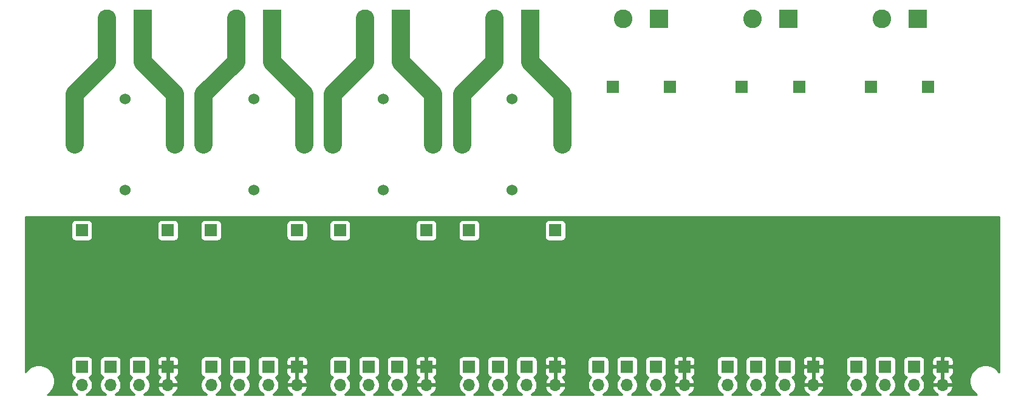
<source format=gbr>
%TF.GenerationSoftware,KiCad,Pcbnew,(5.1.6)-1*%
%TF.CreationDate,2020-11-06T14:41:16+01:00*%
%TF.ProjectId,3V_4I_ac_afe,33565f34-495f-4616-935f-6166652e6b69,rev?*%
%TF.SameCoordinates,Original*%
%TF.FileFunction,Copper,L2,Bot*%
%TF.FilePolarity,Positive*%
%FSLAX46Y46*%
G04 Gerber Fmt 4.6, Leading zero omitted, Abs format (unit mm)*
G04 Created by KiCad (PCBNEW (5.1.6)-1) date 2020-11-06 14:41:16*
%MOMM*%
%LPD*%
G01*
G04 APERTURE LIST*
%TA.AperFunction,ComponentPad*%
%ADD10C,2.500000*%
%TD*%
%TA.AperFunction,ComponentPad*%
%ADD11C,1.524000*%
%TD*%
%TA.AperFunction,ComponentPad*%
%ADD12C,2.600000*%
%TD*%
%TA.AperFunction,ComponentPad*%
%ADD13R,2.600000X2.600000*%
%TD*%
%TA.AperFunction,ComponentPad*%
%ADD14R,1.700000X1.700000*%
%TD*%
%TA.AperFunction,ComponentPad*%
%ADD15O,1.700000X1.700000*%
%TD*%
%TA.AperFunction,ViaPad*%
%ADD16C,0.800000*%
%TD*%
%TA.AperFunction,Conductor*%
%ADD17C,2.500000*%
%TD*%
%TA.AperFunction,Conductor*%
%ADD18C,0.254000*%
%TD*%
G04 APERTURE END LIST*
D10*
%TO.P,CT3,2*%
%TO.N,Net-(CT3-Pad2)*%
X158000000Y-97000000D03*
%TO.P,CT3,1*%
%TO.N,Net-(CT3-Pad1)*%
X144000000Y-97000000D03*
D11*
%TO.P,CT3,4*%
%TO.N,/ac_i_afe_3/CT_coil*%
X151000000Y-90650000D03*
%TO.P,CT3,3*%
%TO.N,/ac_i_afe_3/ext_ref*%
X151000000Y-103350000D03*
%TD*%
D12*
%TO.P,J43,2*%
%TO.N,Net-(CT4-Pad1)*%
X94500000Y-79500000D03*
D13*
%TO.P,J43,1*%
%TO.N,Net-(CT4-Pad2)*%
X99500000Y-79500000D03*
%TD*%
D12*
%TO.P,J36,2*%
%TO.N,Net-(CT3-Pad1)*%
X148500000Y-79500000D03*
D13*
%TO.P,J36,1*%
%TO.N,Net-(CT3-Pad2)*%
X153500000Y-79500000D03*
%TD*%
D12*
%TO.P,J29,2*%
%TO.N,Net-(CT2-Pad1)*%
X130500000Y-79500000D03*
D13*
%TO.P,J29,1*%
%TO.N,Net-(CT2-Pad2)*%
X135500000Y-79500000D03*
%TD*%
D12*
%TO.P,J1,2*%
%TO.N,Net-(CT1-Pad1)*%
X112500000Y-79500000D03*
D13*
%TO.P,J1,1*%
%TO.N,Net-(CT1-Pad2)*%
X117500000Y-79500000D03*
%TD*%
D10*
%TO.P,CT4,2*%
%TO.N,Net-(CT4-Pad2)*%
X104000000Y-97000000D03*
%TO.P,CT4,1*%
%TO.N,Net-(CT4-Pad1)*%
X90000000Y-97000000D03*
D11*
%TO.P,CT4,4*%
%TO.N,/ac_i_afe_4/CT_coil*%
X97000000Y-90650000D03*
%TO.P,CT4,3*%
%TO.N,/ac_i_afe_4/ext_ref*%
X97000000Y-103350000D03*
%TD*%
D10*
%TO.P,CT2,2*%
%TO.N,Net-(CT2-Pad2)*%
X140000000Y-97000000D03*
%TO.P,CT2,1*%
%TO.N,Net-(CT2-Pad1)*%
X126000000Y-97000000D03*
D11*
%TO.P,CT2,4*%
%TO.N,/ac_i_afe_2/CT_coil*%
X133000000Y-90650000D03*
%TO.P,CT2,3*%
%TO.N,/ac_i_afe_2/ext_ref*%
X133000000Y-103350000D03*
%TD*%
D10*
%TO.P,CT1,2*%
%TO.N,Net-(CT1-Pad2)*%
X122000000Y-97000000D03*
%TO.P,CT1,1*%
%TO.N,Net-(CT1-Pad1)*%
X108000000Y-97000000D03*
D11*
%TO.P,CT1,4*%
%TO.N,/ac_i_afe_1/CT_coil*%
X115000000Y-90650000D03*
%TO.P,CT1,3*%
%TO.N,/ac_i_afe_1/ext_ref*%
X115000000Y-103350000D03*
%TD*%
D12*
%TO.P,J24,2*%
%TO.N,/ac_v_afe_3/AC_V_N*%
X202500000Y-79500000D03*
D13*
%TO.P,J24,1*%
%TO.N,/ac_v_afe_3/AC_V_L*%
X207500000Y-79500000D03*
%TD*%
D12*
%TO.P,J17,2*%
%TO.N,/ac_v_afe_2/AC_V_N*%
X184500000Y-79500000D03*
D13*
%TO.P,J17,1*%
%TO.N,/ac_v_afe_2/AC_V_L*%
X189500000Y-79500000D03*
%TD*%
D12*
%TO.P,J10,2*%
%TO.N,/ac_v_afe_1/AC_V_N*%
X166500000Y-79500000D03*
D13*
%TO.P,J10,1*%
%TO.N,/ac_v_afe_1/AC_V_L*%
X171500000Y-79500000D03*
%TD*%
D14*
%TO.P,J45,1*%
%TO.N,/ac_i_afe_4/ext_ref*%
X103000000Y-109000000D03*
%TD*%
%TO.P,J44,1*%
%TO.N,/ac_i_afe_4/CT_coil*%
X91000000Y-109000000D03*
%TD*%
%TO.P,J38,1*%
%TO.N,/ac_i_afe_3/ext_ref*%
X157000000Y-109000000D03*
%TD*%
%TO.P,J37,1*%
%TO.N,/ac_i_afe_3/CT_coil*%
X145000000Y-109000000D03*
%TD*%
%TO.P,J31,1*%
%TO.N,/ac_i_afe_2/ext_ref*%
X139000000Y-109000000D03*
%TD*%
%TO.P,J30,1*%
%TO.N,/ac_i_afe_2/CT_coil*%
X127000000Y-109000000D03*
%TD*%
%TO.P,J3,1*%
%TO.N,/ac_i_afe_1/ext_ref*%
X121000000Y-109000000D03*
%TD*%
%TO.P,J2,1*%
%TO.N,/ac_i_afe_1/CT_coil*%
X109000000Y-109000000D03*
%TD*%
D15*
%TO.P,J49,2*%
%TO.N,GNDA*%
X103000000Y-130540000D03*
D14*
%TO.P,J49,1*%
X103000000Y-128000000D03*
%TD*%
D15*
%TO.P,J48,2*%
%TO.N,/signal_IN*%
X95000000Y-130540000D03*
D14*
%TO.P,J48,1*%
X95000000Y-128000000D03*
%TD*%
D15*
%TO.P,J47,2*%
%TO.N,VDDA*%
X91000000Y-130540000D03*
D14*
%TO.P,J47,1*%
X91000000Y-128000000D03*
%TD*%
D15*
%TO.P,J46,2*%
%TO.N,/ac_i_afe_4/ext_ref*%
X99000000Y-130540000D03*
D14*
%TO.P,J46,1*%
X99000000Y-128000000D03*
%TD*%
D15*
%TO.P,J42,2*%
%TO.N,GNDA*%
X157000000Y-130540000D03*
D14*
%TO.P,J42,1*%
X157000000Y-128000000D03*
%TD*%
D15*
%TO.P,J41,2*%
%TO.N,/signal_I3*%
X149000000Y-130540000D03*
D14*
%TO.P,J41,1*%
X149000000Y-128000000D03*
%TD*%
D15*
%TO.P,J40,2*%
%TO.N,VDDA*%
X145000000Y-130540000D03*
D14*
%TO.P,J40,1*%
X145000000Y-128000000D03*
%TD*%
D15*
%TO.P,J39,2*%
%TO.N,/ac_i_afe_3/ext_ref*%
X153000000Y-130540000D03*
D14*
%TO.P,J39,1*%
X153000000Y-128000000D03*
%TD*%
D15*
%TO.P,J35,2*%
%TO.N,GNDA*%
X139000000Y-130540000D03*
D14*
%TO.P,J35,1*%
X139000000Y-128000000D03*
%TD*%
D15*
%TO.P,J34,2*%
%TO.N,/signal_I2*%
X131020000Y-130540000D03*
D14*
%TO.P,J34,1*%
X131020000Y-128000000D03*
%TD*%
D15*
%TO.P,J33,2*%
%TO.N,VDDA*%
X127000000Y-130540000D03*
D14*
%TO.P,J33,1*%
X127000000Y-128000000D03*
%TD*%
D15*
%TO.P,J32,2*%
%TO.N,/ac_i_afe_2/ext_ref*%
X135000000Y-130540000D03*
D14*
%TO.P,J32,1*%
X135000000Y-128000000D03*
%TD*%
D15*
%TO.P,J28,2*%
%TO.N,GNDA*%
X211000000Y-130540000D03*
D14*
%TO.P,J28,1*%
X211000000Y-128000000D03*
%TD*%
D15*
%TO.P,J27,2*%
%TO.N,/signal_U3*%
X203000000Y-130540000D03*
D14*
%TO.P,J27,1*%
X203000000Y-128000000D03*
%TD*%
D15*
%TO.P,J26,2*%
%TO.N,VDDA*%
X199000000Y-130540000D03*
D14*
%TO.P,J26,1*%
X199000000Y-128000000D03*
%TD*%
D15*
%TO.P,J25,2*%
%TO.N,/ac_v_afe_3/ext_ref*%
X207000000Y-130540000D03*
D14*
%TO.P,J25,1*%
X207000000Y-128000000D03*
%TD*%
D15*
%TO.P,J21,2*%
%TO.N,GNDA*%
X193000000Y-130540000D03*
D14*
%TO.P,J21,1*%
X193000000Y-128000000D03*
%TD*%
D15*
%TO.P,J20,2*%
%TO.N,/signal_U2*%
X185000000Y-130540000D03*
D14*
%TO.P,J20,1*%
X185000000Y-128000000D03*
%TD*%
D15*
%TO.P,J19,2*%
%TO.N,VDDA*%
X181000000Y-130540000D03*
D14*
%TO.P,J19,1*%
X181000000Y-128000000D03*
%TD*%
D15*
%TO.P,J18,2*%
%TO.N,/ac_v_afe_2/ext_ref*%
X189000000Y-130540000D03*
D14*
%TO.P,J18,1*%
X189000000Y-128000000D03*
%TD*%
D15*
%TO.P,J14,2*%
%TO.N,GNDA*%
X175000000Y-130540000D03*
D14*
%TO.P,J14,1*%
X175000000Y-128000000D03*
%TD*%
D15*
%TO.P,J13,2*%
%TO.N,/signal_U1*%
X167000000Y-130540000D03*
D14*
%TO.P,J13,1*%
X167000000Y-128000000D03*
%TD*%
D15*
%TO.P,J12,2*%
%TO.N,VDDA*%
X163000000Y-130540000D03*
D14*
%TO.P,J12,1*%
X163000000Y-128000000D03*
%TD*%
D15*
%TO.P,J11,2*%
%TO.N,/ac_v_afe_1/ext_ref*%
X171000000Y-130540000D03*
D14*
%TO.P,J11,1*%
X171000000Y-128000000D03*
%TD*%
D15*
%TO.P,J7,2*%
%TO.N,GNDA*%
X121000000Y-130540000D03*
D14*
%TO.P,J7,1*%
X121000000Y-128000000D03*
%TD*%
D15*
%TO.P,J6,2*%
%TO.N,/signal_I1*%
X113000000Y-130540000D03*
D14*
%TO.P,J6,1*%
X113000000Y-128000000D03*
%TD*%
D15*
%TO.P,J5,2*%
%TO.N,VDDA*%
X109050000Y-130540000D03*
D14*
%TO.P,J5,1*%
X109050000Y-128000000D03*
%TD*%
D15*
%TO.P,J4,2*%
%TO.N,/ac_i_afe_1/ext_ref*%
X117000000Y-130540000D03*
D14*
%TO.P,J4,1*%
X117000000Y-128000000D03*
%TD*%
%TO.P,J23,1*%
%TO.N,/ac_v_afe_3/AC_V_N*%
X201000000Y-89000000D03*
%TD*%
%TO.P,J22,1*%
%TO.N,/ac_v_afe_3/AC_V_L*%
X209000000Y-89000000D03*
%TD*%
%TO.P,J16,1*%
%TO.N,/ac_v_afe_2/AC_V_N*%
X183000000Y-89000000D03*
%TD*%
%TO.P,J15,1*%
%TO.N,/ac_v_afe_2/AC_V_L*%
X191000000Y-89000000D03*
%TD*%
%TO.P,J9,1*%
%TO.N,/ac_v_afe_1/AC_V_N*%
X165000000Y-89000000D03*
%TD*%
%TO.P,J8,1*%
%TO.N,/ac_v_afe_1/AC_V_L*%
X173000000Y-89000000D03*
%TD*%
D16*
%TO.N,GNDA*%
X155200000Y-117000000D03*
X137200000Y-117000000D03*
X119250000Y-117000000D03*
X177500000Y-111500000D03*
X169400000Y-113900000D03*
X195500000Y-111500000D03*
X187400000Y-113900000D03*
X213500000Y-111500000D03*
X205400000Y-113900000D03*
X101200000Y-117000000D03*
%TD*%
D17*
%TO.N,Net-(CT3-Pad2)*%
X153500000Y-85500000D02*
X158000000Y-90000000D01*
X158000000Y-90000000D02*
X158000000Y-97000000D01*
X153500000Y-79500000D02*
X153500000Y-85500000D01*
%TO.N,Net-(CT3-Pad1)*%
X144000000Y-90000000D02*
X144000000Y-97000000D01*
X148500000Y-79500000D02*
X148500000Y-85500000D01*
X148500000Y-85500000D02*
X144000000Y-90000000D01*
%TO.N,Net-(CT2-Pad2)*%
X135500000Y-85500000D02*
X140000000Y-90000000D01*
X140000000Y-90000000D02*
X140000000Y-97000000D01*
X135500000Y-79500000D02*
X135500000Y-85500000D01*
%TO.N,Net-(CT2-Pad1)*%
X126000000Y-90000000D02*
X126000000Y-97000000D01*
X130500000Y-79500000D02*
X130500000Y-85500000D01*
X130500000Y-85500000D02*
X126000000Y-90000000D01*
%TO.N,Net-(CT4-Pad2)*%
X99500000Y-85500000D02*
X104000000Y-90000000D01*
X104000000Y-90000000D02*
X104000000Y-97000000D01*
X99500000Y-79500000D02*
X99500000Y-85500000D01*
%TO.N,Net-(CT4-Pad1)*%
X90000000Y-90000000D02*
X90000000Y-97000000D01*
X94500000Y-79500000D02*
X94500000Y-85500000D01*
X94500000Y-85500000D02*
X90000000Y-90000000D01*
%TO.N,Net-(CT1-Pad2)*%
X117500000Y-79500000D02*
X117500000Y-85500000D01*
X122000000Y-90000000D02*
X122000000Y-97000000D01*
X117500000Y-85500000D02*
X122000000Y-90000000D01*
%TO.N,Net-(CT1-Pad1)*%
X112500000Y-79500000D02*
X112500000Y-85500000D01*
X108000000Y-90000000D02*
X108000000Y-97000000D01*
X112500000Y-85500000D02*
X108000000Y-90000000D01*
%TD*%
D18*
%TO.N,GNDA*%
G36*
X218873000Y-128780250D02*
G01*
X218736038Y-128575271D01*
X218424729Y-128263962D01*
X218058669Y-128019369D01*
X217651925Y-127850890D01*
X217220128Y-127765000D01*
X216779872Y-127765000D01*
X216348075Y-127850890D01*
X215941331Y-128019369D01*
X215575271Y-128263962D01*
X215263962Y-128575271D01*
X215019369Y-128941331D01*
X214850890Y-129348075D01*
X214765000Y-129779872D01*
X214765000Y-130220128D01*
X214850890Y-130651925D01*
X215019369Y-131058669D01*
X215263962Y-131424729D01*
X215575271Y-131736038D01*
X215780250Y-131873000D01*
X211649982Y-131873000D01*
X211881355Y-131735178D01*
X212097588Y-131540269D01*
X212271641Y-131306920D01*
X212396825Y-131044099D01*
X212441476Y-130896890D01*
X212320155Y-130667000D01*
X211127000Y-130667000D01*
X211127000Y-130687000D01*
X210873000Y-130687000D01*
X210873000Y-130667000D01*
X209679845Y-130667000D01*
X209558524Y-130896890D01*
X209603175Y-131044099D01*
X209728359Y-131306920D01*
X209902412Y-131540269D01*
X210118645Y-131735178D01*
X210350018Y-131873000D01*
X207662345Y-131873000D01*
X207703411Y-131855990D01*
X207946632Y-131693475D01*
X208153475Y-131486632D01*
X208315990Y-131243411D01*
X208427932Y-130973158D01*
X208485000Y-130686260D01*
X208485000Y-130393740D01*
X208427932Y-130106842D01*
X208315990Y-129836589D01*
X208153475Y-129593368D01*
X208021620Y-129461513D01*
X208094180Y-129439502D01*
X208204494Y-129380537D01*
X208301185Y-129301185D01*
X208380537Y-129204494D01*
X208439502Y-129094180D01*
X208475812Y-128974482D01*
X208488072Y-128850000D01*
X209511928Y-128850000D01*
X209524188Y-128974482D01*
X209560498Y-129094180D01*
X209619463Y-129204494D01*
X209698815Y-129301185D01*
X209795506Y-129380537D01*
X209905820Y-129439502D01*
X209986466Y-129463966D01*
X209902412Y-129539731D01*
X209728359Y-129773080D01*
X209603175Y-130035901D01*
X209558524Y-130183110D01*
X209679845Y-130413000D01*
X210873000Y-130413000D01*
X210873000Y-128127000D01*
X211127000Y-128127000D01*
X211127000Y-130413000D01*
X212320155Y-130413000D01*
X212441476Y-130183110D01*
X212396825Y-130035901D01*
X212271641Y-129773080D01*
X212097588Y-129539731D01*
X212013534Y-129463966D01*
X212094180Y-129439502D01*
X212204494Y-129380537D01*
X212301185Y-129301185D01*
X212380537Y-129204494D01*
X212439502Y-129094180D01*
X212475812Y-128974482D01*
X212488072Y-128850000D01*
X212485000Y-128285750D01*
X212326250Y-128127000D01*
X211127000Y-128127000D01*
X210873000Y-128127000D01*
X209673750Y-128127000D01*
X209515000Y-128285750D01*
X209511928Y-128850000D01*
X208488072Y-128850000D01*
X208488072Y-127150000D01*
X209511928Y-127150000D01*
X209515000Y-127714250D01*
X209673750Y-127873000D01*
X210873000Y-127873000D01*
X210873000Y-126673750D01*
X211127000Y-126673750D01*
X211127000Y-127873000D01*
X212326250Y-127873000D01*
X212485000Y-127714250D01*
X212488072Y-127150000D01*
X212475812Y-127025518D01*
X212439502Y-126905820D01*
X212380537Y-126795506D01*
X212301185Y-126698815D01*
X212204494Y-126619463D01*
X212094180Y-126560498D01*
X211974482Y-126524188D01*
X211850000Y-126511928D01*
X211285750Y-126515000D01*
X211127000Y-126673750D01*
X210873000Y-126673750D01*
X210714250Y-126515000D01*
X210150000Y-126511928D01*
X210025518Y-126524188D01*
X209905820Y-126560498D01*
X209795506Y-126619463D01*
X209698815Y-126698815D01*
X209619463Y-126795506D01*
X209560498Y-126905820D01*
X209524188Y-127025518D01*
X209511928Y-127150000D01*
X208488072Y-127150000D01*
X208475812Y-127025518D01*
X208439502Y-126905820D01*
X208380537Y-126795506D01*
X208301185Y-126698815D01*
X208204494Y-126619463D01*
X208094180Y-126560498D01*
X207974482Y-126524188D01*
X207850000Y-126511928D01*
X206150000Y-126511928D01*
X206025518Y-126524188D01*
X205905820Y-126560498D01*
X205795506Y-126619463D01*
X205698815Y-126698815D01*
X205619463Y-126795506D01*
X205560498Y-126905820D01*
X205524188Y-127025518D01*
X205511928Y-127150000D01*
X205511928Y-128850000D01*
X205524188Y-128974482D01*
X205560498Y-129094180D01*
X205619463Y-129204494D01*
X205698815Y-129301185D01*
X205795506Y-129380537D01*
X205905820Y-129439502D01*
X205978380Y-129461513D01*
X205846525Y-129593368D01*
X205684010Y-129836589D01*
X205572068Y-130106842D01*
X205515000Y-130393740D01*
X205515000Y-130686260D01*
X205572068Y-130973158D01*
X205684010Y-131243411D01*
X205846525Y-131486632D01*
X206053368Y-131693475D01*
X206296589Y-131855990D01*
X206337655Y-131873000D01*
X203662345Y-131873000D01*
X203703411Y-131855990D01*
X203946632Y-131693475D01*
X204153475Y-131486632D01*
X204315990Y-131243411D01*
X204427932Y-130973158D01*
X204485000Y-130686260D01*
X204485000Y-130393740D01*
X204427932Y-130106842D01*
X204315990Y-129836589D01*
X204153475Y-129593368D01*
X204021620Y-129461513D01*
X204094180Y-129439502D01*
X204204494Y-129380537D01*
X204301185Y-129301185D01*
X204380537Y-129204494D01*
X204439502Y-129094180D01*
X204475812Y-128974482D01*
X204488072Y-128850000D01*
X204488072Y-127150000D01*
X204475812Y-127025518D01*
X204439502Y-126905820D01*
X204380537Y-126795506D01*
X204301185Y-126698815D01*
X204204494Y-126619463D01*
X204094180Y-126560498D01*
X203974482Y-126524188D01*
X203850000Y-126511928D01*
X202150000Y-126511928D01*
X202025518Y-126524188D01*
X201905820Y-126560498D01*
X201795506Y-126619463D01*
X201698815Y-126698815D01*
X201619463Y-126795506D01*
X201560498Y-126905820D01*
X201524188Y-127025518D01*
X201511928Y-127150000D01*
X201511928Y-128850000D01*
X201524188Y-128974482D01*
X201560498Y-129094180D01*
X201619463Y-129204494D01*
X201698815Y-129301185D01*
X201795506Y-129380537D01*
X201905820Y-129439502D01*
X201978380Y-129461513D01*
X201846525Y-129593368D01*
X201684010Y-129836589D01*
X201572068Y-130106842D01*
X201515000Y-130393740D01*
X201515000Y-130686260D01*
X201572068Y-130973158D01*
X201684010Y-131243411D01*
X201846525Y-131486632D01*
X202053368Y-131693475D01*
X202296589Y-131855990D01*
X202337655Y-131873000D01*
X199662345Y-131873000D01*
X199703411Y-131855990D01*
X199946632Y-131693475D01*
X200153475Y-131486632D01*
X200315990Y-131243411D01*
X200427932Y-130973158D01*
X200485000Y-130686260D01*
X200485000Y-130393740D01*
X200427932Y-130106842D01*
X200315990Y-129836589D01*
X200153475Y-129593368D01*
X200021620Y-129461513D01*
X200094180Y-129439502D01*
X200204494Y-129380537D01*
X200301185Y-129301185D01*
X200380537Y-129204494D01*
X200439502Y-129094180D01*
X200475812Y-128974482D01*
X200488072Y-128850000D01*
X200488072Y-127150000D01*
X200475812Y-127025518D01*
X200439502Y-126905820D01*
X200380537Y-126795506D01*
X200301185Y-126698815D01*
X200204494Y-126619463D01*
X200094180Y-126560498D01*
X199974482Y-126524188D01*
X199850000Y-126511928D01*
X198150000Y-126511928D01*
X198025518Y-126524188D01*
X197905820Y-126560498D01*
X197795506Y-126619463D01*
X197698815Y-126698815D01*
X197619463Y-126795506D01*
X197560498Y-126905820D01*
X197524188Y-127025518D01*
X197511928Y-127150000D01*
X197511928Y-128850000D01*
X197524188Y-128974482D01*
X197560498Y-129094180D01*
X197619463Y-129204494D01*
X197698815Y-129301185D01*
X197795506Y-129380537D01*
X197905820Y-129439502D01*
X197978380Y-129461513D01*
X197846525Y-129593368D01*
X197684010Y-129836589D01*
X197572068Y-130106842D01*
X197515000Y-130393740D01*
X197515000Y-130686260D01*
X197572068Y-130973158D01*
X197684010Y-131243411D01*
X197846525Y-131486632D01*
X198053368Y-131693475D01*
X198296589Y-131855990D01*
X198337655Y-131873000D01*
X193649982Y-131873000D01*
X193881355Y-131735178D01*
X194097588Y-131540269D01*
X194271641Y-131306920D01*
X194396825Y-131044099D01*
X194441476Y-130896890D01*
X194320155Y-130667000D01*
X193127000Y-130667000D01*
X193127000Y-130687000D01*
X192873000Y-130687000D01*
X192873000Y-130667000D01*
X191679845Y-130667000D01*
X191558524Y-130896890D01*
X191603175Y-131044099D01*
X191728359Y-131306920D01*
X191902412Y-131540269D01*
X192118645Y-131735178D01*
X192350018Y-131873000D01*
X189662345Y-131873000D01*
X189703411Y-131855990D01*
X189946632Y-131693475D01*
X190153475Y-131486632D01*
X190315990Y-131243411D01*
X190427932Y-130973158D01*
X190485000Y-130686260D01*
X190485000Y-130393740D01*
X190427932Y-130106842D01*
X190315990Y-129836589D01*
X190153475Y-129593368D01*
X190021620Y-129461513D01*
X190094180Y-129439502D01*
X190204494Y-129380537D01*
X190301185Y-129301185D01*
X190380537Y-129204494D01*
X190439502Y-129094180D01*
X190475812Y-128974482D01*
X190488072Y-128850000D01*
X191511928Y-128850000D01*
X191524188Y-128974482D01*
X191560498Y-129094180D01*
X191619463Y-129204494D01*
X191698815Y-129301185D01*
X191795506Y-129380537D01*
X191905820Y-129439502D01*
X191986466Y-129463966D01*
X191902412Y-129539731D01*
X191728359Y-129773080D01*
X191603175Y-130035901D01*
X191558524Y-130183110D01*
X191679845Y-130413000D01*
X192873000Y-130413000D01*
X192873000Y-128127000D01*
X193127000Y-128127000D01*
X193127000Y-130413000D01*
X194320155Y-130413000D01*
X194441476Y-130183110D01*
X194396825Y-130035901D01*
X194271641Y-129773080D01*
X194097588Y-129539731D01*
X194013534Y-129463966D01*
X194094180Y-129439502D01*
X194204494Y-129380537D01*
X194301185Y-129301185D01*
X194380537Y-129204494D01*
X194439502Y-129094180D01*
X194475812Y-128974482D01*
X194488072Y-128850000D01*
X194485000Y-128285750D01*
X194326250Y-128127000D01*
X193127000Y-128127000D01*
X192873000Y-128127000D01*
X191673750Y-128127000D01*
X191515000Y-128285750D01*
X191511928Y-128850000D01*
X190488072Y-128850000D01*
X190488072Y-127150000D01*
X191511928Y-127150000D01*
X191515000Y-127714250D01*
X191673750Y-127873000D01*
X192873000Y-127873000D01*
X192873000Y-126673750D01*
X193127000Y-126673750D01*
X193127000Y-127873000D01*
X194326250Y-127873000D01*
X194485000Y-127714250D01*
X194488072Y-127150000D01*
X194475812Y-127025518D01*
X194439502Y-126905820D01*
X194380537Y-126795506D01*
X194301185Y-126698815D01*
X194204494Y-126619463D01*
X194094180Y-126560498D01*
X193974482Y-126524188D01*
X193850000Y-126511928D01*
X193285750Y-126515000D01*
X193127000Y-126673750D01*
X192873000Y-126673750D01*
X192714250Y-126515000D01*
X192150000Y-126511928D01*
X192025518Y-126524188D01*
X191905820Y-126560498D01*
X191795506Y-126619463D01*
X191698815Y-126698815D01*
X191619463Y-126795506D01*
X191560498Y-126905820D01*
X191524188Y-127025518D01*
X191511928Y-127150000D01*
X190488072Y-127150000D01*
X190475812Y-127025518D01*
X190439502Y-126905820D01*
X190380537Y-126795506D01*
X190301185Y-126698815D01*
X190204494Y-126619463D01*
X190094180Y-126560498D01*
X189974482Y-126524188D01*
X189850000Y-126511928D01*
X188150000Y-126511928D01*
X188025518Y-126524188D01*
X187905820Y-126560498D01*
X187795506Y-126619463D01*
X187698815Y-126698815D01*
X187619463Y-126795506D01*
X187560498Y-126905820D01*
X187524188Y-127025518D01*
X187511928Y-127150000D01*
X187511928Y-128850000D01*
X187524188Y-128974482D01*
X187560498Y-129094180D01*
X187619463Y-129204494D01*
X187698815Y-129301185D01*
X187795506Y-129380537D01*
X187905820Y-129439502D01*
X187978380Y-129461513D01*
X187846525Y-129593368D01*
X187684010Y-129836589D01*
X187572068Y-130106842D01*
X187515000Y-130393740D01*
X187515000Y-130686260D01*
X187572068Y-130973158D01*
X187684010Y-131243411D01*
X187846525Y-131486632D01*
X188053368Y-131693475D01*
X188296589Y-131855990D01*
X188337655Y-131873000D01*
X185662345Y-131873000D01*
X185703411Y-131855990D01*
X185946632Y-131693475D01*
X186153475Y-131486632D01*
X186315990Y-131243411D01*
X186427932Y-130973158D01*
X186485000Y-130686260D01*
X186485000Y-130393740D01*
X186427932Y-130106842D01*
X186315990Y-129836589D01*
X186153475Y-129593368D01*
X186021620Y-129461513D01*
X186094180Y-129439502D01*
X186204494Y-129380537D01*
X186301185Y-129301185D01*
X186380537Y-129204494D01*
X186439502Y-129094180D01*
X186475812Y-128974482D01*
X186488072Y-128850000D01*
X186488072Y-127150000D01*
X186475812Y-127025518D01*
X186439502Y-126905820D01*
X186380537Y-126795506D01*
X186301185Y-126698815D01*
X186204494Y-126619463D01*
X186094180Y-126560498D01*
X185974482Y-126524188D01*
X185850000Y-126511928D01*
X184150000Y-126511928D01*
X184025518Y-126524188D01*
X183905820Y-126560498D01*
X183795506Y-126619463D01*
X183698815Y-126698815D01*
X183619463Y-126795506D01*
X183560498Y-126905820D01*
X183524188Y-127025518D01*
X183511928Y-127150000D01*
X183511928Y-128850000D01*
X183524188Y-128974482D01*
X183560498Y-129094180D01*
X183619463Y-129204494D01*
X183698815Y-129301185D01*
X183795506Y-129380537D01*
X183905820Y-129439502D01*
X183978380Y-129461513D01*
X183846525Y-129593368D01*
X183684010Y-129836589D01*
X183572068Y-130106842D01*
X183515000Y-130393740D01*
X183515000Y-130686260D01*
X183572068Y-130973158D01*
X183684010Y-131243411D01*
X183846525Y-131486632D01*
X184053368Y-131693475D01*
X184296589Y-131855990D01*
X184337655Y-131873000D01*
X181662345Y-131873000D01*
X181703411Y-131855990D01*
X181946632Y-131693475D01*
X182153475Y-131486632D01*
X182315990Y-131243411D01*
X182427932Y-130973158D01*
X182485000Y-130686260D01*
X182485000Y-130393740D01*
X182427932Y-130106842D01*
X182315990Y-129836589D01*
X182153475Y-129593368D01*
X182021620Y-129461513D01*
X182094180Y-129439502D01*
X182204494Y-129380537D01*
X182301185Y-129301185D01*
X182380537Y-129204494D01*
X182439502Y-129094180D01*
X182475812Y-128974482D01*
X182488072Y-128850000D01*
X182488072Y-127150000D01*
X182475812Y-127025518D01*
X182439502Y-126905820D01*
X182380537Y-126795506D01*
X182301185Y-126698815D01*
X182204494Y-126619463D01*
X182094180Y-126560498D01*
X181974482Y-126524188D01*
X181850000Y-126511928D01*
X180150000Y-126511928D01*
X180025518Y-126524188D01*
X179905820Y-126560498D01*
X179795506Y-126619463D01*
X179698815Y-126698815D01*
X179619463Y-126795506D01*
X179560498Y-126905820D01*
X179524188Y-127025518D01*
X179511928Y-127150000D01*
X179511928Y-128850000D01*
X179524188Y-128974482D01*
X179560498Y-129094180D01*
X179619463Y-129204494D01*
X179698815Y-129301185D01*
X179795506Y-129380537D01*
X179905820Y-129439502D01*
X179978380Y-129461513D01*
X179846525Y-129593368D01*
X179684010Y-129836589D01*
X179572068Y-130106842D01*
X179515000Y-130393740D01*
X179515000Y-130686260D01*
X179572068Y-130973158D01*
X179684010Y-131243411D01*
X179846525Y-131486632D01*
X180053368Y-131693475D01*
X180296589Y-131855990D01*
X180337655Y-131873000D01*
X175649982Y-131873000D01*
X175881355Y-131735178D01*
X176097588Y-131540269D01*
X176271641Y-131306920D01*
X176396825Y-131044099D01*
X176441476Y-130896890D01*
X176320155Y-130667000D01*
X175127000Y-130667000D01*
X175127000Y-130687000D01*
X174873000Y-130687000D01*
X174873000Y-130667000D01*
X173679845Y-130667000D01*
X173558524Y-130896890D01*
X173603175Y-131044099D01*
X173728359Y-131306920D01*
X173902412Y-131540269D01*
X174118645Y-131735178D01*
X174350018Y-131873000D01*
X171662345Y-131873000D01*
X171703411Y-131855990D01*
X171946632Y-131693475D01*
X172153475Y-131486632D01*
X172315990Y-131243411D01*
X172427932Y-130973158D01*
X172485000Y-130686260D01*
X172485000Y-130393740D01*
X172427932Y-130106842D01*
X172315990Y-129836589D01*
X172153475Y-129593368D01*
X172021620Y-129461513D01*
X172094180Y-129439502D01*
X172204494Y-129380537D01*
X172301185Y-129301185D01*
X172380537Y-129204494D01*
X172439502Y-129094180D01*
X172475812Y-128974482D01*
X172488072Y-128850000D01*
X173511928Y-128850000D01*
X173524188Y-128974482D01*
X173560498Y-129094180D01*
X173619463Y-129204494D01*
X173698815Y-129301185D01*
X173795506Y-129380537D01*
X173905820Y-129439502D01*
X173986466Y-129463966D01*
X173902412Y-129539731D01*
X173728359Y-129773080D01*
X173603175Y-130035901D01*
X173558524Y-130183110D01*
X173679845Y-130413000D01*
X174873000Y-130413000D01*
X174873000Y-128127000D01*
X175127000Y-128127000D01*
X175127000Y-130413000D01*
X176320155Y-130413000D01*
X176441476Y-130183110D01*
X176396825Y-130035901D01*
X176271641Y-129773080D01*
X176097588Y-129539731D01*
X176013534Y-129463966D01*
X176094180Y-129439502D01*
X176204494Y-129380537D01*
X176301185Y-129301185D01*
X176380537Y-129204494D01*
X176439502Y-129094180D01*
X176475812Y-128974482D01*
X176488072Y-128850000D01*
X176485000Y-128285750D01*
X176326250Y-128127000D01*
X175127000Y-128127000D01*
X174873000Y-128127000D01*
X173673750Y-128127000D01*
X173515000Y-128285750D01*
X173511928Y-128850000D01*
X172488072Y-128850000D01*
X172488072Y-127150000D01*
X173511928Y-127150000D01*
X173515000Y-127714250D01*
X173673750Y-127873000D01*
X174873000Y-127873000D01*
X174873000Y-126673750D01*
X175127000Y-126673750D01*
X175127000Y-127873000D01*
X176326250Y-127873000D01*
X176485000Y-127714250D01*
X176488072Y-127150000D01*
X176475812Y-127025518D01*
X176439502Y-126905820D01*
X176380537Y-126795506D01*
X176301185Y-126698815D01*
X176204494Y-126619463D01*
X176094180Y-126560498D01*
X175974482Y-126524188D01*
X175850000Y-126511928D01*
X175285750Y-126515000D01*
X175127000Y-126673750D01*
X174873000Y-126673750D01*
X174714250Y-126515000D01*
X174150000Y-126511928D01*
X174025518Y-126524188D01*
X173905820Y-126560498D01*
X173795506Y-126619463D01*
X173698815Y-126698815D01*
X173619463Y-126795506D01*
X173560498Y-126905820D01*
X173524188Y-127025518D01*
X173511928Y-127150000D01*
X172488072Y-127150000D01*
X172475812Y-127025518D01*
X172439502Y-126905820D01*
X172380537Y-126795506D01*
X172301185Y-126698815D01*
X172204494Y-126619463D01*
X172094180Y-126560498D01*
X171974482Y-126524188D01*
X171850000Y-126511928D01*
X170150000Y-126511928D01*
X170025518Y-126524188D01*
X169905820Y-126560498D01*
X169795506Y-126619463D01*
X169698815Y-126698815D01*
X169619463Y-126795506D01*
X169560498Y-126905820D01*
X169524188Y-127025518D01*
X169511928Y-127150000D01*
X169511928Y-128850000D01*
X169524188Y-128974482D01*
X169560498Y-129094180D01*
X169619463Y-129204494D01*
X169698815Y-129301185D01*
X169795506Y-129380537D01*
X169905820Y-129439502D01*
X169978380Y-129461513D01*
X169846525Y-129593368D01*
X169684010Y-129836589D01*
X169572068Y-130106842D01*
X169515000Y-130393740D01*
X169515000Y-130686260D01*
X169572068Y-130973158D01*
X169684010Y-131243411D01*
X169846525Y-131486632D01*
X170053368Y-131693475D01*
X170296589Y-131855990D01*
X170337655Y-131873000D01*
X167662345Y-131873000D01*
X167703411Y-131855990D01*
X167946632Y-131693475D01*
X168153475Y-131486632D01*
X168315990Y-131243411D01*
X168427932Y-130973158D01*
X168485000Y-130686260D01*
X168485000Y-130393740D01*
X168427932Y-130106842D01*
X168315990Y-129836589D01*
X168153475Y-129593368D01*
X168021620Y-129461513D01*
X168094180Y-129439502D01*
X168204494Y-129380537D01*
X168301185Y-129301185D01*
X168380537Y-129204494D01*
X168439502Y-129094180D01*
X168475812Y-128974482D01*
X168488072Y-128850000D01*
X168488072Y-127150000D01*
X168475812Y-127025518D01*
X168439502Y-126905820D01*
X168380537Y-126795506D01*
X168301185Y-126698815D01*
X168204494Y-126619463D01*
X168094180Y-126560498D01*
X167974482Y-126524188D01*
X167850000Y-126511928D01*
X166150000Y-126511928D01*
X166025518Y-126524188D01*
X165905820Y-126560498D01*
X165795506Y-126619463D01*
X165698815Y-126698815D01*
X165619463Y-126795506D01*
X165560498Y-126905820D01*
X165524188Y-127025518D01*
X165511928Y-127150000D01*
X165511928Y-128850000D01*
X165524188Y-128974482D01*
X165560498Y-129094180D01*
X165619463Y-129204494D01*
X165698815Y-129301185D01*
X165795506Y-129380537D01*
X165905820Y-129439502D01*
X165978380Y-129461513D01*
X165846525Y-129593368D01*
X165684010Y-129836589D01*
X165572068Y-130106842D01*
X165515000Y-130393740D01*
X165515000Y-130686260D01*
X165572068Y-130973158D01*
X165684010Y-131243411D01*
X165846525Y-131486632D01*
X166053368Y-131693475D01*
X166296589Y-131855990D01*
X166337655Y-131873000D01*
X163662345Y-131873000D01*
X163703411Y-131855990D01*
X163946632Y-131693475D01*
X164153475Y-131486632D01*
X164315990Y-131243411D01*
X164427932Y-130973158D01*
X164485000Y-130686260D01*
X164485000Y-130393740D01*
X164427932Y-130106842D01*
X164315990Y-129836589D01*
X164153475Y-129593368D01*
X164021620Y-129461513D01*
X164094180Y-129439502D01*
X164204494Y-129380537D01*
X164301185Y-129301185D01*
X164380537Y-129204494D01*
X164439502Y-129094180D01*
X164475812Y-128974482D01*
X164488072Y-128850000D01*
X164488072Y-127150000D01*
X164475812Y-127025518D01*
X164439502Y-126905820D01*
X164380537Y-126795506D01*
X164301185Y-126698815D01*
X164204494Y-126619463D01*
X164094180Y-126560498D01*
X163974482Y-126524188D01*
X163850000Y-126511928D01*
X162150000Y-126511928D01*
X162025518Y-126524188D01*
X161905820Y-126560498D01*
X161795506Y-126619463D01*
X161698815Y-126698815D01*
X161619463Y-126795506D01*
X161560498Y-126905820D01*
X161524188Y-127025518D01*
X161511928Y-127150000D01*
X161511928Y-128850000D01*
X161524188Y-128974482D01*
X161560498Y-129094180D01*
X161619463Y-129204494D01*
X161698815Y-129301185D01*
X161795506Y-129380537D01*
X161905820Y-129439502D01*
X161978380Y-129461513D01*
X161846525Y-129593368D01*
X161684010Y-129836589D01*
X161572068Y-130106842D01*
X161515000Y-130393740D01*
X161515000Y-130686260D01*
X161572068Y-130973158D01*
X161684010Y-131243411D01*
X161846525Y-131486632D01*
X162053368Y-131693475D01*
X162296589Y-131855990D01*
X162337655Y-131873000D01*
X157649982Y-131873000D01*
X157881355Y-131735178D01*
X158097588Y-131540269D01*
X158271641Y-131306920D01*
X158396825Y-131044099D01*
X158441476Y-130896890D01*
X158320155Y-130667000D01*
X157127000Y-130667000D01*
X157127000Y-130687000D01*
X156873000Y-130687000D01*
X156873000Y-130667000D01*
X155679845Y-130667000D01*
X155558524Y-130896890D01*
X155603175Y-131044099D01*
X155728359Y-131306920D01*
X155902412Y-131540269D01*
X156118645Y-131735178D01*
X156350018Y-131873000D01*
X153662345Y-131873000D01*
X153703411Y-131855990D01*
X153946632Y-131693475D01*
X154153475Y-131486632D01*
X154315990Y-131243411D01*
X154427932Y-130973158D01*
X154485000Y-130686260D01*
X154485000Y-130393740D01*
X154427932Y-130106842D01*
X154315990Y-129836589D01*
X154153475Y-129593368D01*
X154021620Y-129461513D01*
X154094180Y-129439502D01*
X154204494Y-129380537D01*
X154301185Y-129301185D01*
X154380537Y-129204494D01*
X154439502Y-129094180D01*
X154475812Y-128974482D01*
X154488072Y-128850000D01*
X155511928Y-128850000D01*
X155524188Y-128974482D01*
X155560498Y-129094180D01*
X155619463Y-129204494D01*
X155698815Y-129301185D01*
X155795506Y-129380537D01*
X155905820Y-129439502D01*
X155986466Y-129463966D01*
X155902412Y-129539731D01*
X155728359Y-129773080D01*
X155603175Y-130035901D01*
X155558524Y-130183110D01*
X155679845Y-130413000D01*
X156873000Y-130413000D01*
X156873000Y-128127000D01*
X157127000Y-128127000D01*
X157127000Y-130413000D01*
X158320155Y-130413000D01*
X158441476Y-130183110D01*
X158396825Y-130035901D01*
X158271641Y-129773080D01*
X158097588Y-129539731D01*
X158013534Y-129463966D01*
X158094180Y-129439502D01*
X158204494Y-129380537D01*
X158301185Y-129301185D01*
X158380537Y-129204494D01*
X158439502Y-129094180D01*
X158475812Y-128974482D01*
X158488072Y-128850000D01*
X158485000Y-128285750D01*
X158326250Y-128127000D01*
X157127000Y-128127000D01*
X156873000Y-128127000D01*
X155673750Y-128127000D01*
X155515000Y-128285750D01*
X155511928Y-128850000D01*
X154488072Y-128850000D01*
X154488072Y-127150000D01*
X155511928Y-127150000D01*
X155515000Y-127714250D01*
X155673750Y-127873000D01*
X156873000Y-127873000D01*
X156873000Y-126673750D01*
X157127000Y-126673750D01*
X157127000Y-127873000D01*
X158326250Y-127873000D01*
X158485000Y-127714250D01*
X158488072Y-127150000D01*
X158475812Y-127025518D01*
X158439502Y-126905820D01*
X158380537Y-126795506D01*
X158301185Y-126698815D01*
X158204494Y-126619463D01*
X158094180Y-126560498D01*
X157974482Y-126524188D01*
X157850000Y-126511928D01*
X157285750Y-126515000D01*
X157127000Y-126673750D01*
X156873000Y-126673750D01*
X156714250Y-126515000D01*
X156150000Y-126511928D01*
X156025518Y-126524188D01*
X155905820Y-126560498D01*
X155795506Y-126619463D01*
X155698815Y-126698815D01*
X155619463Y-126795506D01*
X155560498Y-126905820D01*
X155524188Y-127025518D01*
X155511928Y-127150000D01*
X154488072Y-127150000D01*
X154475812Y-127025518D01*
X154439502Y-126905820D01*
X154380537Y-126795506D01*
X154301185Y-126698815D01*
X154204494Y-126619463D01*
X154094180Y-126560498D01*
X153974482Y-126524188D01*
X153850000Y-126511928D01*
X152150000Y-126511928D01*
X152025518Y-126524188D01*
X151905820Y-126560498D01*
X151795506Y-126619463D01*
X151698815Y-126698815D01*
X151619463Y-126795506D01*
X151560498Y-126905820D01*
X151524188Y-127025518D01*
X151511928Y-127150000D01*
X151511928Y-128850000D01*
X151524188Y-128974482D01*
X151560498Y-129094180D01*
X151619463Y-129204494D01*
X151698815Y-129301185D01*
X151795506Y-129380537D01*
X151905820Y-129439502D01*
X151978380Y-129461513D01*
X151846525Y-129593368D01*
X151684010Y-129836589D01*
X151572068Y-130106842D01*
X151515000Y-130393740D01*
X151515000Y-130686260D01*
X151572068Y-130973158D01*
X151684010Y-131243411D01*
X151846525Y-131486632D01*
X152053368Y-131693475D01*
X152296589Y-131855990D01*
X152337655Y-131873000D01*
X149662345Y-131873000D01*
X149703411Y-131855990D01*
X149946632Y-131693475D01*
X150153475Y-131486632D01*
X150315990Y-131243411D01*
X150427932Y-130973158D01*
X150485000Y-130686260D01*
X150485000Y-130393740D01*
X150427932Y-130106842D01*
X150315990Y-129836589D01*
X150153475Y-129593368D01*
X150021620Y-129461513D01*
X150094180Y-129439502D01*
X150204494Y-129380537D01*
X150301185Y-129301185D01*
X150380537Y-129204494D01*
X150439502Y-129094180D01*
X150475812Y-128974482D01*
X150488072Y-128850000D01*
X150488072Y-127150000D01*
X150475812Y-127025518D01*
X150439502Y-126905820D01*
X150380537Y-126795506D01*
X150301185Y-126698815D01*
X150204494Y-126619463D01*
X150094180Y-126560498D01*
X149974482Y-126524188D01*
X149850000Y-126511928D01*
X148150000Y-126511928D01*
X148025518Y-126524188D01*
X147905820Y-126560498D01*
X147795506Y-126619463D01*
X147698815Y-126698815D01*
X147619463Y-126795506D01*
X147560498Y-126905820D01*
X147524188Y-127025518D01*
X147511928Y-127150000D01*
X147511928Y-128850000D01*
X147524188Y-128974482D01*
X147560498Y-129094180D01*
X147619463Y-129204494D01*
X147698815Y-129301185D01*
X147795506Y-129380537D01*
X147905820Y-129439502D01*
X147978380Y-129461513D01*
X147846525Y-129593368D01*
X147684010Y-129836589D01*
X147572068Y-130106842D01*
X147515000Y-130393740D01*
X147515000Y-130686260D01*
X147572068Y-130973158D01*
X147684010Y-131243411D01*
X147846525Y-131486632D01*
X148053368Y-131693475D01*
X148296589Y-131855990D01*
X148337655Y-131873000D01*
X145662345Y-131873000D01*
X145703411Y-131855990D01*
X145946632Y-131693475D01*
X146153475Y-131486632D01*
X146315990Y-131243411D01*
X146427932Y-130973158D01*
X146485000Y-130686260D01*
X146485000Y-130393740D01*
X146427932Y-130106842D01*
X146315990Y-129836589D01*
X146153475Y-129593368D01*
X146021620Y-129461513D01*
X146094180Y-129439502D01*
X146204494Y-129380537D01*
X146301185Y-129301185D01*
X146380537Y-129204494D01*
X146439502Y-129094180D01*
X146475812Y-128974482D01*
X146488072Y-128850000D01*
X146488072Y-127150000D01*
X146475812Y-127025518D01*
X146439502Y-126905820D01*
X146380537Y-126795506D01*
X146301185Y-126698815D01*
X146204494Y-126619463D01*
X146094180Y-126560498D01*
X145974482Y-126524188D01*
X145850000Y-126511928D01*
X144150000Y-126511928D01*
X144025518Y-126524188D01*
X143905820Y-126560498D01*
X143795506Y-126619463D01*
X143698815Y-126698815D01*
X143619463Y-126795506D01*
X143560498Y-126905820D01*
X143524188Y-127025518D01*
X143511928Y-127150000D01*
X143511928Y-128850000D01*
X143524188Y-128974482D01*
X143560498Y-129094180D01*
X143619463Y-129204494D01*
X143698815Y-129301185D01*
X143795506Y-129380537D01*
X143905820Y-129439502D01*
X143978380Y-129461513D01*
X143846525Y-129593368D01*
X143684010Y-129836589D01*
X143572068Y-130106842D01*
X143515000Y-130393740D01*
X143515000Y-130686260D01*
X143572068Y-130973158D01*
X143684010Y-131243411D01*
X143846525Y-131486632D01*
X144053368Y-131693475D01*
X144296589Y-131855990D01*
X144337655Y-131873000D01*
X139649982Y-131873000D01*
X139881355Y-131735178D01*
X140097588Y-131540269D01*
X140271641Y-131306920D01*
X140396825Y-131044099D01*
X140441476Y-130896890D01*
X140320155Y-130667000D01*
X139127000Y-130667000D01*
X139127000Y-130687000D01*
X138873000Y-130687000D01*
X138873000Y-130667000D01*
X137679845Y-130667000D01*
X137558524Y-130896890D01*
X137603175Y-131044099D01*
X137728359Y-131306920D01*
X137902412Y-131540269D01*
X138118645Y-131735178D01*
X138350018Y-131873000D01*
X135662345Y-131873000D01*
X135703411Y-131855990D01*
X135946632Y-131693475D01*
X136153475Y-131486632D01*
X136315990Y-131243411D01*
X136427932Y-130973158D01*
X136485000Y-130686260D01*
X136485000Y-130393740D01*
X136427932Y-130106842D01*
X136315990Y-129836589D01*
X136153475Y-129593368D01*
X136021620Y-129461513D01*
X136094180Y-129439502D01*
X136204494Y-129380537D01*
X136301185Y-129301185D01*
X136380537Y-129204494D01*
X136439502Y-129094180D01*
X136475812Y-128974482D01*
X136488072Y-128850000D01*
X137511928Y-128850000D01*
X137524188Y-128974482D01*
X137560498Y-129094180D01*
X137619463Y-129204494D01*
X137698815Y-129301185D01*
X137795506Y-129380537D01*
X137905820Y-129439502D01*
X137986466Y-129463966D01*
X137902412Y-129539731D01*
X137728359Y-129773080D01*
X137603175Y-130035901D01*
X137558524Y-130183110D01*
X137679845Y-130413000D01*
X138873000Y-130413000D01*
X138873000Y-128127000D01*
X139127000Y-128127000D01*
X139127000Y-130413000D01*
X140320155Y-130413000D01*
X140441476Y-130183110D01*
X140396825Y-130035901D01*
X140271641Y-129773080D01*
X140097588Y-129539731D01*
X140013534Y-129463966D01*
X140094180Y-129439502D01*
X140204494Y-129380537D01*
X140301185Y-129301185D01*
X140380537Y-129204494D01*
X140439502Y-129094180D01*
X140475812Y-128974482D01*
X140488072Y-128850000D01*
X140485000Y-128285750D01*
X140326250Y-128127000D01*
X139127000Y-128127000D01*
X138873000Y-128127000D01*
X137673750Y-128127000D01*
X137515000Y-128285750D01*
X137511928Y-128850000D01*
X136488072Y-128850000D01*
X136488072Y-127150000D01*
X137511928Y-127150000D01*
X137515000Y-127714250D01*
X137673750Y-127873000D01*
X138873000Y-127873000D01*
X138873000Y-126673750D01*
X139127000Y-126673750D01*
X139127000Y-127873000D01*
X140326250Y-127873000D01*
X140485000Y-127714250D01*
X140488072Y-127150000D01*
X140475812Y-127025518D01*
X140439502Y-126905820D01*
X140380537Y-126795506D01*
X140301185Y-126698815D01*
X140204494Y-126619463D01*
X140094180Y-126560498D01*
X139974482Y-126524188D01*
X139850000Y-126511928D01*
X139285750Y-126515000D01*
X139127000Y-126673750D01*
X138873000Y-126673750D01*
X138714250Y-126515000D01*
X138150000Y-126511928D01*
X138025518Y-126524188D01*
X137905820Y-126560498D01*
X137795506Y-126619463D01*
X137698815Y-126698815D01*
X137619463Y-126795506D01*
X137560498Y-126905820D01*
X137524188Y-127025518D01*
X137511928Y-127150000D01*
X136488072Y-127150000D01*
X136475812Y-127025518D01*
X136439502Y-126905820D01*
X136380537Y-126795506D01*
X136301185Y-126698815D01*
X136204494Y-126619463D01*
X136094180Y-126560498D01*
X135974482Y-126524188D01*
X135850000Y-126511928D01*
X134150000Y-126511928D01*
X134025518Y-126524188D01*
X133905820Y-126560498D01*
X133795506Y-126619463D01*
X133698815Y-126698815D01*
X133619463Y-126795506D01*
X133560498Y-126905820D01*
X133524188Y-127025518D01*
X133511928Y-127150000D01*
X133511928Y-128850000D01*
X133524188Y-128974482D01*
X133560498Y-129094180D01*
X133619463Y-129204494D01*
X133698815Y-129301185D01*
X133795506Y-129380537D01*
X133905820Y-129439502D01*
X133978380Y-129461513D01*
X133846525Y-129593368D01*
X133684010Y-129836589D01*
X133572068Y-130106842D01*
X133515000Y-130393740D01*
X133515000Y-130686260D01*
X133572068Y-130973158D01*
X133684010Y-131243411D01*
X133846525Y-131486632D01*
X134053368Y-131693475D01*
X134296589Y-131855990D01*
X134337655Y-131873000D01*
X131682345Y-131873000D01*
X131723411Y-131855990D01*
X131966632Y-131693475D01*
X132173475Y-131486632D01*
X132335990Y-131243411D01*
X132447932Y-130973158D01*
X132505000Y-130686260D01*
X132505000Y-130393740D01*
X132447932Y-130106842D01*
X132335990Y-129836589D01*
X132173475Y-129593368D01*
X132041620Y-129461513D01*
X132114180Y-129439502D01*
X132224494Y-129380537D01*
X132321185Y-129301185D01*
X132400537Y-129204494D01*
X132459502Y-129094180D01*
X132495812Y-128974482D01*
X132508072Y-128850000D01*
X132508072Y-127150000D01*
X132495812Y-127025518D01*
X132459502Y-126905820D01*
X132400537Y-126795506D01*
X132321185Y-126698815D01*
X132224494Y-126619463D01*
X132114180Y-126560498D01*
X131994482Y-126524188D01*
X131870000Y-126511928D01*
X130170000Y-126511928D01*
X130045518Y-126524188D01*
X129925820Y-126560498D01*
X129815506Y-126619463D01*
X129718815Y-126698815D01*
X129639463Y-126795506D01*
X129580498Y-126905820D01*
X129544188Y-127025518D01*
X129531928Y-127150000D01*
X129531928Y-128850000D01*
X129544188Y-128974482D01*
X129580498Y-129094180D01*
X129639463Y-129204494D01*
X129718815Y-129301185D01*
X129815506Y-129380537D01*
X129925820Y-129439502D01*
X129998380Y-129461513D01*
X129866525Y-129593368D01*
X129704010Y-129836589D01*
X129592068Y-130106842D01*
X129535000Y-130393740D01*
X129535000Y-130686260D01*
X129592068Y-130973158D01*
X129704010Y-131243411D01*
X129866525Y-131486632D01*
X130073368Y-131693475D01*
X130316589Y-131855990D01*
X130357655Y-131873000D01*
X127662345Y-131873000D01*
X127703411Y-131855990D01*
X127946632Y-131693475D01*
X128153475Y-131486632D01*
X128315990Y-131243411D01*
X128427932Y-130973158D01*
X128485000Y-130686260D01*
X128485000Y-130393740D01*
X128427932Y-130106842D01*
X128315990Y-129836589D01*
X128153475Y-129593368D01*
X128021620Y-129461513D01*
X128094180Y-129439502D01*
X128204494Y-129380537D01*
X128301185Y-129301185D01*
X128380537Y-129204494D01*
X128439502Y-129094180D01*
X128475812Y-128974482D01*
X128488072Y-128850000D01*
X128488072Y-127150000D01*
X128475812Y-127025518D01*
X128439502Y-126905820D01*
X128380537Y-126795506D01*
X128301185Y-126698815D01*
X128204494Y-126619463D01*
X128094180Y-126560498D01*
X127974482Y-126524188D01*
X127850000Y-126511928D01*
X126150000Y-126511928D01*
X126025518Y-126524188D01*
X125905820Y-126560498D01*
X125795506Y-126619463D01*
X125698815Y-126698815D01*
X125619463Y-126795506D01*
X125560498Y-126905820D01*
X125524188Y-127025518D01*
X125511928Y-127150000D01*
X125511928Y-128850000D01*
X125524188Y-128974482D01*
X125560498Y-129094180D01*
X125619463Y-129204494D01*
X125698815Y-129301185D01*
X125795506Y-129380537D01*
X125905820Y-129439502D01*
X125978380Y-129461513D01*
X125846525Y-129593368D01*
X125684010Y-129836589D01*
X125572068Y-130106842D01*
X125515000Y-130393740D01*
X125515000Y-130686260D01*
X125572068Y-130973158D01*
X125684010Y-131243411D01*
X125846525Y-131486632D01*
X126053368Y-131693475D01*
X126296589Y-131855990D01*
X126337655Y-131873000D01*
X121649982Y-131873000D01*
X121881355Y-131735178D01*
X122097588Y-131540269D01*
X122271641Y-131306920D01*
X122396825Y-131044099D01*
X122441476Y-130896890D01*
X122320155Y-130667000D01*
X121127000Y-130667000D01*
X121127000Y-130687000D01*
X120873000Y-130687000D01*
X120873000Y-130667000D01*
X119679845Y-130667000D01*
X119558524Y-130896890D01*
X119603175Y-131044099D01*
X119728359Y-131306920D01*
X119902412Y-131540269D01*
X120118645Y-131735178D01*
X120350018Y-131873000D01*
X117662345Y-131873000D01*
X117703411Y-131855990D01*
X117946632Y-131693475D01*
X118153475Y-131486632D01*
X118315990Y-131243411D01*
X118427932Y-130973158D01*
X118485000Y-130686260D01*
X118485000Y-130393740D01*
X118427932Y-130106842D01*
X118315990Y-129836589D01*
X118153475Y-129593368D01*
X118021620Y-129461513D01*
X118094180Y-129439502D01*
X118204494Y-129380537D01*
X118301185Y-129301185D01*
X118380537Y-129204494D01*
X118439502Y-129094180D01*
X118475812Y-128974482D01*
X118488072Y-128850000D01*
X119511928Y-128850000D01*
X119524188Y-128974482D01*
X119560498Y-129094180D01*
X119619463Y-129204494D01*
X119698815Y-129301185D01*
X119795506Y-129380537D01*
X119905820Y-129439502D01*
X119986466Y-129463966D01*
X119902412Y-129539731D01*
X119728359Y-129773080D01*
X119603175Y-130035901D01*
X119558524Y-130183110D01*
X119679845Y-130413000D01*
X120873000Y-130413000D01*
X120873000Y-128127000D01*
X121127000Y-128127000D01*
X121127000Y-130413000D01*
X122320155Y-130413000D01*
X122441476Y-130183110D01*
X122396825Y-130035901D01*
X122271641Y-129773080D01*
X122097588Y-129539731D01*
X122013534Y-129463966D01*
X122094180Y-129439502D01*
X122204494Y-129380537D01*
X122301185Y-129301185D01*
X122380537Y-129204494D01*
X122439502Y-129094180D01*
X122475812Y-128974482D01*
X122488072Y-128850000D01*
X122485000Y-128285750D01*
X122326250Y-128127000D01*
X121127000Y-128127000D01*
X120873000Y-128127000D01*
X119673750Y-128127000D01*
X119515000Y-128285750D01*
X119511928Y-128850000D01*
X118488072Y-128850000D01*
X118488072Y-127150000D01*
X119511928Y-127150000D01*
X119515000Y-127714250D01*
X119673750Y-127873000D01*
X120873000Y-127873000D01*
X120873000Y-126673750D01*
X121127000Y-126673750D01*
X121127000Y-127873000D01*
X122326250Y-127873000D01*
X122485000Y-127714250D01*
X122488072Y-127150000D01*
X122475812Y-127025518D01*
X122439502Y-126905820D01*
X122380537Y-126795506D01*
X122301185Y-126698815D01*
X122204494Y-126619463D01*
X122094180Y-126560498D01*
X121974482Y-126524188D01*
X121850000Y-126511928D01*
X121285750Y-126515000D01*
X121127000Y-126673750D01*
X120873000Y-126673750D01*
X120714250Y-126515000D01*
X120150000Y-126511928D01*
X120025518Y-126524188D01*
X119905820Y-126560498D01*
X119795506Y-126619463D01*
X119698815Y-126698815D01*
X119619463Y-126795506D01*
X119560498Y-126905820D01*
X119524188Y-127025518D01*
X119511928Y-127150000D01*
X118488072Y-127150000D01*
X118475812Y-127025518D01*
X118439502Y-126905820D01*
X118380537Y-126795506D01*
X118301185Y-126698815D01*
X118204494Y-126619463D01*
X118094180Y-126560498D01*
X117974482Y-126524188D01*
X117850000Y-126511928D01*
X116150000Y-126511928D01*
X116025518Y-126524188D01*
X115905820Y-126560498D01*
X115795506Y-126619463D01*
X115698815Y-126698815D01*
X115619463Y-126795506D01*
X115560498Y-126905820D01*
X115524188Y-127025518D01*
X115511928Y-127150000D01*
X115511928Y-128850000D01*
X115524188Y-128974482D01*
X115560498Y-129094180D01*
X115619463Y-129204494D01*
X115698815Y-129301185D01*
X115795506Y-129380537D01*
X115905820Y-129439502D01*
X115978380Y-129461513D01*
X115846525Y-129593368D01*
X115684010Y-129836589D01*
X115572068Y-130106842D01*
X115515000Y-130393740D01*
X115515000Y-130686260D01*
X115572068Y-130973158D01*
X115684010Y-131243411D01*
X115846525Y-131486632D01*
X116053368Y-131693475D01*
X116296589Y-131855990D01*
X116337655Y-131873000D01*
X113662345Y-131873000D01*
X113703411Y-131855990D01*
X113946632Y-131693475D01*
X114153475Y-131486632D01*
X114315990Y-131243411D01*
X114427932Y-130973158D01*
X114485000Y-130686260D01*
X114485000Y-130393740D01*
X114427932Y-130106842D01*
X114315990Y-129836589D01*
X114153475Y-129593368D01*
X114021620Y-129461513D01*
X114094180Y-129439502D01*
X114204494Y-129380537D01*
X114301185Y-129301185D01*
X114380537Y-129204494D01*
X114439502Y-129094180D01*
X114475812Y-128974482D01*
X114488072Y-128850000D01*
X114488072Y-127150000D01*
X114475812Y-127025518D01*
X114439502Y-126905820D01*
X114380537Y-126795506D01*
X114301185Y-126698815D01*
X114204494Y-126619463D01*
X114094180Y-126560498D01*
X113974482Y-126524188D01*
X113850000Y-126511928D01*
X112150000Y-126511928D01*
X112025518Y-126524188D01*
X111905820Y-126560498D01*
X111795506Y-126619463D01*
X111698815Y-126698815D01*
X111619463Y-126795506D01*
X111560498Y-126905820D01*
X111524188Y-127025518D01*
X111511928Y-127150000D01*
X111511928Y-128850000D01*
X111524188Y-128974482D01*
X111560498Y-129094180D01*
X111619463Y-129204494D01*
X111698815Y-129301185D01*
X111795506Y-129380537D01*
X111905820Y-129439502D01*
X111978380Y-129461513D01*
X111846525Y-129593368D01*
X111684010Y-129836589D01*
X111572068Y-130106842D01*
X111515000Y-130393740D01*
X111515000Y-130686260D01*
X111572068Y-130973158D01*
X111684010Y-131243411D01*
X111846525Y-131486632D01*
X112053368Y-131693475D01*
X112296589Y-131855990D01*
X112337655Y-131873000D01*
X109712345Y-131873000D01*
X109753411Y-131855990D01*
X109996632Y-131693475D01*
X110203475Y-131486632D01*
X110365990Y-131243411D01*
X110477932Y-130973158D01*
X110535000Y-130686260D01*
X110535000Y-130393740D01*
X110477932Y-130106842D01*
X110365990Y-129836589D01*
X110203475Y-129593368D01*
X110071620Y-129461513D01*
X110144180Y-129439502D01*
X110254494Y-129380537D01*
X110351185Y-129301185D01*
X110430537Y-129204494D01*
X110489502Y-129094180D01*
X110525812Y-128974482D01*
X110538072Y-128850000D01*
X110538072Y-127150000D01*
X110525812Y-127025518D01*
X110489502Y-126905820D01*
X110430537Y-126795506D01*
X110351185Y-126698815D01*
X110254494Y-126619463D01*
X110144180Y-126560498D01*
X110024482Y-126524188D01*
X109900000Y-126511928D01*
X108200000Y-126511928D01*
X108075518Y-126524188D01*
X107955820Y-126560498D01*
X107845506Y-126619463D01*
X107748815Y-126698815D01*
X107669463Y-126795506D01*
X107610498Y-126905820D01*
X107574188Y-127025518D01*
X107561928Y-127150000D01*
X107561928Y-128850000D01*
X107574188Y-128974482D01*
X107610498Y-129094180D01*
X107669463Y-129204494D01*
X107748815Y-129301185D01*
X107845506Y-129380537D01*
X107955820Y-129439502D01*
X108028380Y-129461513D01*
X107896525Y-129593368D01*
X107734010Y-129836589D01*
X107622068Y-130106842D01*
X107565000Y-130393740D01*
X107565000Y-130686260D01*
X107622068Y-130973158D01*
X107734010Y-131243411D01*
X107896525Y-131486632D01*
X108103368Y-131693475D01*
X108346589Y-131855990D01*
X108387655Y-131873000D01*
X103649982Y-131873000D01*
X103881355Y-131735178D01*
X104097588Y-131540269D01*
X104271641Y-131306920D01*
X104396825Y-131044099D01*
X104441476Y-130896890D01*
X104320155Y-130667000D01*
X103127000Y-130667000D01*
X103127000Y-130687000D01*
X102873000Y-130687000D01*
X102873000Y-130667000D01*
X101679845Y-130667000D01*
X101558524Y-130896890D01*
X101603175Y-131044099D01*
X101728359Y-131306920D01*
X101902412Y-131540269D01*
X102118645Y-131735178D01*
X102350018Y-131873000D01*
X99662345Y-131873000D01*
X99703411Y-131855990D01*
X99946632Y-131693475D01*
X100153475Y-131486632D01*
X100315990Y-131243411D01*
X100427932Y-130973158D01*
X100485000Y-130686260D01*
X100485000Y-130393740D01*
X100427932Y-130106842D01*
X100315990Y-129836589D01*
X100153475Y-129593368D01*
X100021620Y-129461513D01*
X100094180Y-129439502D01*
X100204494Y-129380537D01*
X100301185Y-129301185D01*
X100380537Y-129204494D01*
X100439502Y-129094180D01*
X100475812Y-128974482D01*
X100488072Y-128850000D01*
X101511928Y-128850000D01*
X101524188Y-128974482D01*
X101560498Y-129094180D01*
X101619463Y-129204494D01*
X101698815Y-129301185D01*
X101795506Y-129380537D01*
X101905820Y-129439502D01*
X101986466Y-129463966D01*
X101902412Y-129539731D01*
X101728359Y-129773080D01*
X101603175Y-130035901D01*
X101558524Y-130183110D01*
X101679845Y-130413000D01*
X102873000Y-130413000D01*
X102873000Y-128127000D01*
X103127000Y-128127000D01*
X103127000Y-130413000D01*
X104320155Y-130413000D01*
X104441476Y-130183110D01*
X104396825Y-130035901D01*
X104271641Y-129773080D01*
X104097588Y-129539731D01*
X104013534Y-129463966D01*
X104094180Y-129439502D01*
X104204494Y-129380537D01*
X104301185Y-129301185D01*
X104380537Y-129204494D01*
X104439502Y-129094180D01*
X104475812Y-128974482D01*
X104488072Y-128850000D01*
X104485000Y-128285750D01*
X104326250Y-128127000D01*
X103127000Y-128127000D01*
X102873000Y-128127000D01*
X101673750Y-128127000D01*
X101515000Y-128285750D01*
X101511928Y-128850000D01*
X100488072Y-128850000D01*
X100488072Y-127150000D01*
X101511928Y-127150000D01*
X101515000Y-127714250D01*
X101673750Y-127873000D01*
X102873000Y-127873000D01*
X102873000Y-126673750D01*
X103127000Y-126673750D01*
X103127000Y-127873000D01*
X104326250Y-127873000D01*
X104485000Y-127714250D01*
X104488072Y-127150000D01*
X104475812Y-127025518D01*
X104439502Y-126905820D01*
X104380537Y-126795506D01*
X104301185Y-126698815D01*
X104204494Y-126619463D01*
X104094180Y-126560498D01*
X103974482Y-126524188D01*
X103850000Y-126511928D01*
X103285750Y-126515000D01*
X103127000Y-126673750D01*
X102873000Y-126673750D01*
X102714250Y-126515000D01*
X102150000Y-126511928D01*
X102025518Y-126524188D01*
X101905820Y-126560498D01*
X101795506Y-126619463D01*
X101698815Y-126698815D01*
X101619463Y-126795506D01*
X101560498Y-126905820D01*
X101524188Y-127025518D01*
X101511928Y-127150000D01*
X100488072Y-127150000D01*
X100475812Y-127025518D01*
X100439502Y-126905820D01*
X100380537Y-126795506D01*
X100301185Y-126698815D01*
X100204494Y-126619463D01*
X100094180Y-126560498D01*
X99974482Y-126524188D01*
X99850000Y-126511928D01*
X98150000Y-126511928D01*
X98025518Y-126524188D01*
X97905820Y-126560498D01*
X97795506Y-126619463D01*
X97698815Y-126698815D01*
X97619463Y-126795506D01*
X97560498Y-126905820D01*
X97524188Y-127025518D01*
X97511928Y-127150000D01*
X97511928Y-128850000D01*
X97524188Y-128974482D01*
X97560498Y-129094180D01*
X97619463Y-129204494D01*
X97698815Y-129301185D01*
X97795506Y-129380537D01*
X97905820Y-129439502D01*
X97978380Y-129461513D01*
X97846525Y-129593368D01*
X97684010Y-129836589D01*
X97572068Y-130106842D01*
X97515000Y-130393740D01*
X97515000Y-130686260D01*
X97572068Y-130973158D01*
X97684010Y-131243411D01*
X97846525Y-131486632D01*
X98053368Y-131693475D01*
X98296589Y-131855990D01*
X98337655Y-131873000D01*
X95662345Y-131873000D01*
X95703411Y-131855990D01*
X95946632Y-131693475D01*
X96153475Y-131486632D01*
X96315990Y-131243411D01*
X96427932Y-130973158D01*
X96485000Y-130686260D01*
X96485000Y-130393740D01*
X96427932Y-130106842D01*
X96315990Y-129836589D01*
X96153475Y-129593368D01*
X96021620Y-129461513D01*
X96094180Y-129439502D01*
X96204494Y-129380537D01*
X96301185Y-129301185D01*
X96380537Y-129204494D01*
X96439502Y-129094180D01*
X96475812Y-128974482D01*
X96488072Y-128850000D01*
X96488072Y-127150000D01*
X96475812Y-127025518D01*
X96439502Y-126905820D01*
X96380537Y-126795506D01*
X96301185Y-126698815D01*
X96204494Y-126619463D01*
X96094180Y-126560498D01*
X95974482Y-126524188D01*
X95850000Y-126511928D01*
X94150000Y-126511928D01*
X94025518Y-126524188D01*
X93905820Y-126560498D01*
X93795506Y-126619463D01*
X93698815Y-126698815D01*
X93619463Y-126795506D01*
X93560498Y-126905820D01*
X93524188Y-127025518D01*
X93511928Y-127150000D01*
X93511928Y-128850000D01*
X93524188Y-128974482D01*
X93560498Y-129094180D01*
X93619463Y-129204494D01*
X93698815Y-129301185D01*
X93795506Y-129380537D01*
X93905820Y-129439502D01*
X93978380Y-129461513D01*
X93846525Y-129593368D01*
X93684010Y-129836589D01*
X93572068Y-130106842D01*
X93515000Y-130393740D01*
X93515000Y-130686260D01*
X93572068Y-130973158D01*
X93684010Y-131243411D01*
X93846525Y-131486632D01*
X94053368Y-131693475D01*
X94296589Y-131855990D01*
X94337655Y-131873000D01*
X91662345Y-131873000D01*
X91703411Y-131855990D01*
X91946632Y-131693475D01*
X92153475Y-131486632D01*
X92315990Y-131243411D01*
X92427932Y-130973158D01*
X92485000Y-130686260D01*
X92485000Y-130393740D01*
X92427932Y-130106842D01*
X92315990Y-129836589D01*
X92153475Y-129593368D01*
X92021620Y-129461513D01*
X92094180Y-129439502D01*
X92204494Y-129380537D01*
X92301185Y-129301185D01*
X92380537Y-129204494D01*
X92439502Y-129094180D01*
X92475812Y-128974482D01*
X92488072Y-128850000D01*
X92488072Y-127150000D01*
X92475812Y-127025518D01*
X92439502Y-126905820D01*
X92380537Y-126795506D01*
X92301185Y-126698815D01*
X92204494Y-126619463D01*
X92094180Y-126560498D01*
X91974482Y-126524188D01*
X91850000Y-126511928D01*
X90150000Y-126511928D01*
X90025518Y-126524188D01*
X89905820Y-126560498D01*
X89795506Y-126619463D01*
X89698815Y-126698815D01*
X89619463Y-126795506D01*
X89560498Y-126905820D01*
X89524188Y-127025518D01*
X89511928Y-127150000D01*
X89511928Y-128850000D01*
X89524188Y-128974482D01*
X89560498Y-129094180D01*
X89619463Y-129204494D01*
X89698815Y-129301185D01*
X89795506Y-129380537D01*
X89905820Y-129439502D01*
X89978380Y-129461513D01*
X89846525Y-129593368D01*
X89684010Y-129836589D01*
X89572068Y-130106842D01*
X89515000Y-130393740D01*
X89515000Y-130686260D01*
X89572068Y-130973158D01*
X89684010Y-131243411D01*
X89846525Y-131486632D01*
X90053368Y-131693475D01*
X90296589Y-131855990D01*
X90337655Y-131873000D01*
X86219750Y-131873000D01*
X86424729Y-131736038D01*
X86736038Y-131424729D01*
X86980631Y-131058669D01*
X87149110Y-130651925D01*
X87235000Y-130220128D01*
X87235000Y-129779872D01*
X87149110Y-129348075D01*
X86980631Y-128941331D01*
X86736038Y-128575271D01*
X86424729Y-128263962D01*
X86058669Y-128019369D01*
X85651925Y-127850890D01*
X85220128Y-127765000D01*
X84779872Y-127765000D01*
X84348075Y-127850890D01*
X83941331Y-128019369D01*
X83575271Y-128263962D01*
X83263962Y-128575271D01*
X83127000Y-128780250D01*
X83127000Y-108150000D01*
X89511928Y-108150000D01*
X89511928Y-109850000D01*
X89524188Y-109974482D01*
X89560498Y-110094180D01*
X89619463Y-110204494D01*
X89698815Y-110301185D01*
X89795506Y-110380537D01*
X89905820Y-110439502D01*
X90025518Y-110475812D01*
X90150000Y-110488072D01*
X91850000Y-110488072D01*
X91974482Y-110475812D01*
X92094180Y-110439502D01*
X92204494Y-110380537D01*
X92301185Y-110301185D01*
X92380537Y-110204494D01*
X92439502Y-110094180D01*
X92475812Y-109974482D01*
X92488072Y-109850000D01*
X92488072Y-108150000D01*
X101511928Y-108150000D01*
X101511928Y-109850000D01*
X101524188Y-109974482D01*
X101560498Y-110094180D01*
X101619463Y-110204494D01*
X101698815Y-110301185D01*
X101795506Y-110380537D01*
X101905820Y-110439502D01*
X102025518Y-110475812D01*
X102150000Y-110488072D01*
X103850000Y-110488072D01*
X103974482Y-110475812D01*
X104094180Y-110439502D01*
X104204494Y-110380537D01*
X104301185Y-110301185D01*
X104380537Y-110204494D01*
X104439502Y-110094180D01*
X104475812Y-109974482D01*
X104488072Y-109850000D01*
X104488072Y-108150000D01*
X107511928Y-108150000D01*
X107511928Y-109850000D01*
X107524188Y-109974482D01*
X107560498Y-110094180D01*
X107619463Y-110204494D01*
X107698815Y-110301185D01*
X107795506Y-110380537D01*
X107905820Y-110439502D01*
X108025518Y-110475812D01*
X108150000Y-110488072D01*
X109850000Y-110488072D01*
X109974482Y-110475812D01*
X110094180Y-110439502D01*
X110204494Y-110380537D01*
X110301185Y-110301185D01*
X110380537Y-110204494D01*
X110439502Y-110094180D01*
X110475812Y-109974482D01*
X110488072Y-109850000D01*
X110488072Y-108150000D01*
X119511928Y-108150000D01*
X119511928Y-109850000D01*
X119524188Y-109974482D01*
X119560498Y-110094180D01*
X119619463Y-110204494D01*
X119698815Y-110301185D01*
X119795506Y-110380537D01*
X119905820Y-110439502D01*
X120025518Y-110475812D01*
X120150000Y-110488072D01*
X121850000Y-110488072D01*
X121974482Y-110475812D01*
X122094180Y-110439502D01*
X122204494Y-110380537D01*
X122301185Y-110301185D01*
X122380537Y-110204494D01*
X122439502Y-110094180D01*
X122475812Y-109974482D01*
X122488072Y-109850000D01*
X122488072Y-108150000D01*
X125511928Y-108150000D01*
X125511928Y-109850000D01*
X125524188Y-109974482D01*
X125560498Y-110094180D01*
X125619463Y-110204494D01*
X125698815Y-110301185D01*
X125795506Y-110380537D01*
X125905820Y-110439502D01*
X126025518Y-110475812D01*
X126150000Y-110488072D01*
X127850000Y-110488072D01*
X127974482Y-110475812D01*
X128094180Y-110439502D01*
X128204494Y-110380537D01*
X128301185Y-110301185D01*
X128380537Y-110204494D01*
X128439502Y-110094180D01*
X128475812Y-109974482D01*
X128488072Y-109850000D01*
X128488072Y-108150000D01*
X137511928Y-108150000D01*
X137511928Y-109850000D01*
X137524188Y-109974482D01*
X137560498Y-110094180D01*
X137619463Y-110204494D01*
X137698815Y-110301185D01*
X137795506Y-110380537D01*
X137905820Y-110439502D01*
X138025518Y-110475812D01*
X138150000Y-110488072D01*
X139850000Y-110488072D01*
X139974482Y-110475812D01*
X140094180Y-110439502D01*
X140204494Y-110380537D01*
X140301185Y-110301185D01*
X140380537Y-110204494D01*
X140439502Y-110094180D01*
X140475812Y-109974482D01*
X140488072Y-109850000D01*
X140488072Y-108150000D01*
X143511928Y-108150000D01*
X143511928Y-109850000D01*
X143524188Y-109974482D01*
X143560498Y-110094180D01*
X143619463Y-110204494D01*
X143698815Y-110301185D01*
X143795506Y-110380537D01*
X143905820Y-110439502D01*
X144025518Y-110475812D01*
X144150000Y-110488072D01*
X145850000Y-110488072D01*
X145974482Y-110475812D01*
X146094180Y-110439502D01*
X146204494Y-110380537D01*
X146301185Y-110301185D01*
X146380537Y-110204494D01*
X146439502Y-110094180D01*
X146475812Y-109974482D01*
X146488072Y-109850000D01*
X146488072Y-108150000D01*
X155511928Y-108150000D01*
X155511928Y-109850000D01*
X155524188Y-109974482D01*
X155560498Y-110094180D01*
X155619463Y-110204494D01*
X155698815Y-110301185D01*
X155795506Y-110380537D01*
X155905820Y-110439502D01*
X156025518Y-110475812D01*
X156150000Y-110488072D01*
X157850000Y-110488072D01*
X157974482Y-110475812D01*
X158094180Y-110439502D01*
X158204494Y-110380537D01*
X158301185Y-110301185D01*
X158380537Y-110204494D01*
X158439502Y-110094180D01*
X158475812Y-109974482D01*
X158488072Y-109850000D01*
X158488072Y-108150000D01*
X158475812Y-108025518D01*
X158439502Y-107905820D01*
X158380537Y-107795506D01*
X158301185Y-107698815D01*
X158204494Y-107619463D01*
X158094180Y-107560498D01*
X157974482Y-107524188D01*
X157850000Y-107511928D01*
X156150000Y-107511928D01*
X156025518Y-107524188D01*
X155905820Y-107560498D01*
X155795506Y-107619463D01*
X155698815Y-107698815D01*
X155619463Y-107795506D01*
X155560498Y-107905820D01*
X155524188Y-108025518D01*
X155511928Y-108150000D01*
X146488072Y-108150000D01*
X146475812Y-108025518D01*
X146439502Y-107905820D01*
X146380537Y-107795506D01*
X146301185Y-107698815D01*
X146204494Y-107619463D01*
X146094180Y-107560498D01*
X145974482Y-107524188D01*
X145850000Y-107511928D01*
X144150000Y-107511928D01*
X144025518Y-107524188D01*
X143905820Y-107560498D01*
X143795506Y-107619463D01*
X143698815Y-107698815D01*
X143619463Y-107795506D01*
X143560498Y-107905820D01*
X143524188Y-108025518D01*
X143511928Y-108150000D01*
X140488072Y-108150000D01*
X140475812Y-108025518D01*
X140439502Y-107905820D01*
X140380537Y-107795506D01*
X140301185Y-107698815D01*
X140204494Y-107619463D01*
X140094180Y-107560498D01*
X139974482Y-107524188D01*
X139850000Y-107511928D01*
X138150000Y-107511928D01*
X138025518Y-107524188D01*
X137905820Y-107560498D01*
X137795506Y-107619463D01*
X137698815Y-107698815D01*
X137619463Y-107795506D01*
X137560498Y-107905820D01*
X137524188Y-108025518D01*
X137511928Y-108150000D01*
X128488072Y-108150000D01*
X128475812Y-108025518D01*
X128439502Y-107905820D01*
X128380537Y-107795506D01*
X128301185Y-107698815D01*
X128204494Y-107619463D01*
X128094180Y-107560498D01*
X127974482Y-107524188D01*
X127850000Y-107511928D01*
X126150000Y-107511928D01*
X126025518Y-107524188D01*
X125905820Y-107560498D01*
X125795506Y-107619463D01*
X125698815Y-107698815D01*
X125619463Y-107795506D01*
X125560498Y-107905820D01*
X125524188Y-108025518D01*
X125511928Y-108150000D01*
X122488072Y-108150000D01*
X122475812Y-108025518D01*
X122439502Y-107905820D01*
X122380537Y-107795506D01*
X122301185Y-107698815D01*
X122204494Y-107619463D01*
X122094180Y-107560498D01*
X121974482Y-107524188D01*
X121850000Y-107511928D01*
X120150000Y-107511928D01*
X120025518Y-107524188D01*
X119905820Y-107560498D01*
X119795506Y-107619463D01*
X119698815Y-107698815D01*
X119619463Y-107795506D01*
X119560498Y-107905820D01*
X119524188Y-108025518D01*
X119511928Y-108150000D01*
X110488072Y-108150000D01*
X110475812Y-108025518D01*
X110439502Y-107905820D01*
X110380537Y-107795506D01*
X110301185Y-107698815D01*
X110204494Y-107619463D01*
X110094180Y-107560498D01*
X109974482Y-107524188D01*
X109850000Y-107511928D01*
X108150000Y-107511928D01*
X108025518Y-107524188D01*
X107905820Y-107560498D01*
X107795506Y-107619463D01*
X107698815Y-107698815D01*
X107619463Y-107795506D01*
X107560498Y-107905820D01*
X107524188Y-108025518D01*
X107511928Y-108150000D01*
X104488072Y-108150000D01*
X104475812Y-108025518D01*
X104439502Y-107905820D01*
X104380537Y-107795506D01*
X104301185Y-107698815D01*
X104204494Y-107619463D01*
X104094180Y-107560498D01*
X103974482Y-107524188D01*
X103850000Y-107511928D01*
X102150000Y-107511928D01*
X102025518Y-107524188D01*
X101905820Y-107560498D01*
X101795506Y-107619463D01*
X101698815Y-107698815D01*
X101619463Y-107795506D01*
X101560498Y-107905820D01*
X101524188Y-108025518D01*
X101511928Y-108150000D01*
X92488072Y-108150000D01*
X92475812Y-108025518D01*
X92439502Y-107905820D01*
X92380537Y-107795506D01*
X92301185Y-107698815D01*
X92204494Y-107619463D01*
X92094180Y-107560498D01*
X91974482Y-107524188D01*
X91850000Y-107511928D01*
X90150000Y-107511928D01*
X90025518Y-107524188D01*
X89905820Y-107560498D01*
X89795506Y-107619463D01*
X89698815Y-107698815D01*
X89619463Y-107795506D01*
X89560498Y-107905820D01*
X89524188Y-108025518D01*
X89511928Y-108150000D01*
X83127000Y-108150000D01*
X83127000Y-107127000D01*
X218873000Y-107127000D01*
X218873000Y-128780250D01*
G37*
X218873000Y-128780250D02*
X218736038Y-128575271D01*
X218424729Y-128263962D01*
X218058669Y-128019369D01*
X217651925Y-127850890D01*
X217220128Y-127765000D01*
X216779872Y-127765000D01*
X216348075Y-127850890D01*
X215941331Y-128019369D01*
X215575271Y-128263962D01*
X215263962Y-128575271D01*
X215019369Y-128941331D01*
X214850890Y-129348075D01*
X214765000Y-129779872D01*
X214765000Y-130220128D01*
X214850890Y-130651925D01*
X215019369Y-131058669D01*
X215263962Y-131424729D01*
X215575271Y-131736038D01*
X215780250Y-131873000D01*
X211649982Y-131873000D01*
X211881355Y-131735178D01*
X212097588Y-131540269D01*
X212271641Y-131306920D01*
X212396825Y-131044099D01*
X212441476Y-130896890D01*
X212320155Y-130667000D01*
X211127000Y-130667000D01*
X211127000Y-130687000D01*
X210873000Y-130687000D01*
X210873000Y-130667000D01*
X209679845Y-130667000D01*
X209558524Y-130896890D01*
X209603175Y-131044099D01*
X209728359Y-131306920D01*
X209902412Y-131540269D01*
X210118645Y-131735178D01*
X210350018Y-131873000D01*
X207662345Y-131873000D01*
X207703411Y-131855990D01*
X207946632Y-131693475D01*
X208153475Y-131486632D01*
X208315990Y-131243411D01*
X208427932Y-130973158D01*
X208485000Y-130686260D01*
X208485000Y-130393740D01*
X208427932Y-130106842D01*
X208315990Y-129836589D01*
X208153475Y-129593368D01*
X208021620Y-129461513D01*
X208094180Y-129439502D01*
X208204494Y-129380537D01*
X208301185Y-129301185D01*
X208380537Y-129204494D01*
X208439502Y-129094180D01*
X208475812Y-128974482D01*
X208488072Y-128850000D01*
X209511928Y-128850000D01*
X209524188Y-128974482D01*
X209560498Y-129094180D01*
X209619463Y-129204494D01*
X209698815Y-129301185D01*
X209795506Y-129380537D01*
X209905820Y-129439502D01*
X209986466Y-129463966D01*
X209902412Y-129539731D01*
X209728359Y-129773080D01*
X209603175Y-130035901D01*
X209558524Y-130183110D01*
X209679845Y-130413000D01*
X210873000Y-130413000D01*
X210873000Y-128127000D01*
X211127000Y-128127000D01*
X211127000Y-130413000D01*
X212320155Y-130413000D01*
X212441476Y-130183110D01*
X212396825Y-130035901D01*
X212271641Y-129773080D01*
X212097588Y-129539731D01*
X212013534Y-129463966D01*
X212094180Y-129439502D01*
X212204494Y-129380537D01*
X212301185Y-129301185D01*
X212380537Y-129204494D01*
X212439502Y-129094180D01*
X212475812Y-128974482D01*
X212488072Y-128850000D01*
X212485000Y-128285750D01*
X212326250Y-128127000D01*
X211127000Y-128127000D01*
X210873000Y-128127000D01*
X209673750Y-128127000D01*
X209515000Y-128285750D01*
X209511928Y-128850000D01*
X208488072Y-128850000D01*
X208488072Y-127150000D01*
X209511928Y-127150000D01*
X209515000Y-127714250D01*
X209673750Y-127873000D01*
X210873000Y-127873000D01*
X210873000Y-126673750D01*
X211127000Y-126673750D01*
X211127000Y-127873000D01*
X212326250Y-127873000D01*
X212485000Y-127714250D01*
X212488072Y-127150000D01*
X212475812Y-127025518D01*
X212439502Y-126905820D01*
X212380537Y-126795506D01*
X212301185Y-126698815D01*
X212204494Y-126619463D01*
X212094180Y-126560498D01*
X211974482Y-126524188D01*
X211850000Y-126511928D01*
X211285750Y-126515000D01*
X211127000Y-126673750D01*
X210873000Y-126673750D01*
X210714250Y-126515000D01*
X210150000Y-126511928D01*
X210025518Y-126524188D01*
X209905820Y-126560498D01*
X209795506Y-126619463D01*
X209698815Y-126698815D01*
X209619463Y-126795506D01*
X209560498Y-126905820D01*
X209524188Y-127025518D01*
X209511928Y-127150000D01*
X208488072Y-127150000D01*
X208475812Y-127025518D01*
X208439502Y-126905820D01*
X208380537Y-126795506D01*
X208301185Y-126698815D01*
X208204494Y-126619463D01*
X208094180Y-126560498D01*
X207974482Y-126524188D01*
X207850000Y-126511928D01*
X206150000Y-126511928D01*
X206025518Y-126524188D01*
X205905820Y-126560498D01*
X205795506Y-126619463D01*
X205698815Y-126698815D01*
X205619463Y-126795506D01*
X205560498Y-126905820D01*
X205524188Y-127025518D01*
X205511928Y-127150000D01*
X205511928Y-128850000D01*
X205524188Y-128974482D01*
X205560498Y-129094180D01*
X205619463Y-129204494D01*
X205698815Y-129301185D01*
X205795506Y-129380537D01*
X205905820Y-129439502D01*
X205978380Y-129461513D01*
X205846525Y-129593368D01*
X205684010Y-129836589D01*
X205572068Y-130106842D01*
X205515000Y-130393740D01*
X205515000Y-130686260D01*
X205572068Y-130973158D01*
X205684010Y-131243411D01*
X205846525Y-131486632D01*
X206053368Y-131693475D01*
X206296589Y-131855990D01*
X206337655Y-131873000D01*
X203662345Y-131873000D01*
X203703411Y-131855990D01*
X203946632Y-131693475D01*
X204153475Y-131486632D01*
X204315990Y-131243411D01*
X204427932Y-130973158D01*
X204485000Y-130686260D01*
X204485000Y-130393740D01*
X204427932Y-130106842D01*
X204315990Y-129836589D01*
X204153475Y-129593368D01*
X204021620Y-129461513D01*
X204094180Y-129439502D01*
X204204494Y-129380537D01*
X204301185Y-129301185D01*
X204380537Y-129204494D01*
X204439502Y-129094180D01*
X204475812Y-128974482D01*
X204488072Y-128850000D01*
X204488072Y-127150000D01*
X204475812Y-127025518D01*
X204439502Y-126905820D01*
X204380537Y-126795506D01*
X204301185Y-126698815D01*
X204204494Y-126619463D01*
X204094180Y-126560498D01*
X203974482Y-126524188D01*
X203850000Y-126511928D01*
X202150000Y-126511928D01*
X202025518Y-126524188D01*
X201905820Y-126560498D01*
X201795506Y-126619463D01*
X201698815Y-126698815D01*
X201619463Y-126795506D01*
X201560498Y-126905820D01*
X201524188Y-127025518D01*
X201511928Y-127150000D01*
X201511928Y-128850000D01*
X201524188Y-128974482D01*
X201560498Y-129094180D01*
X201619463Y-129204494D01*
X201698815Y-129301185D01*
X201795506Y-129380537D01*
X201905820Y-129439502D01*
X201978380Y-129461513D01*
X201846525Y-129593368D01*
X201684010Y-129836589D01*
X201572068Y-130106842D01*
X201515000Y-130393740D01*
X201515000Y-130686260D01*
X201572068Y-130973158D01*
X201684010Y-131243411D01*
X201846525Y-131486632D01*
X202053368Y-131693475D01*
X202296589Y-131855990D01*
X202337655Y-131873000D01*
X199662345Y-131873000D01*
X199703411Y-131855990D01*
X199946632Y-131693475D01*
X200153475Y-131486632D01*
X200315990Y-131243411D01*
X200427932Y-130973158D01*
X200485000Y-130686260D01*
X200485000Y-130393740D01*
X200427932Y-130106842D01*
X200315990Y-129836589D01*
X200153475Y-129593368D01*
X200021620Y-129461513D01*
X200094180Y-129439502D01*
X200204494Y-129380537D01*
X200301185Y-129301185D01*
X200380537Y-129204494D01*
X200439502Y-129094180D01*
X200475812Y-128974482D01*
X200488072Y-128850000D01*
X200488072Y-127150000D01*
X200475812Y-127025518D01*
X200439502Y-126905820D01*
X200380537Y-126795506D01*
X200301185Y-126698815D01*
X200204494Y-126619463D01*
X200094180Y-126560498D01*
X199974482Y-126524188D01*
X199850000Y-126511928D01*
X198150000Y-126511928D01*
X198025518Y-126524188D01*
X197905820Y-126560498D01*
X197795506Y-126619463D01*
X197698815Y-126698815D01*
X197619463Y-126795506D01*
X197560498Y-126905820D01*
X197524188Y-127025518D01*
X197511928Y-127150000D01*
X197511928Y-128850000D01*
X197524188Y-128974482D01*
X197560498Y-129094180D01*
X197619463Y-129204494D01*
X197698815Y-129301185D01*
X197795506Y-129380537D01*
X197905820Y-129439502D01*
X197978380Y-129461513D01*
X197846525Y-129593368D01*
X197684010Y-129836589D01*
X197572068Y-130106842D01*
X197515000Y-130393740D01*
X197515000Y-130686260D01*
X197572068Y-130973158D01*
X197684010Y-131243411D01*
X197846525Y-131486632D01*
X198053368Y-131693475D01*
X198296589Y-131855990D01*
X198337655Y-131873000D01*
X193649982Y-131873000D01*
X193881355Y-131735178D01*
X194097588Y-131540269D01*
X194271641Y-131306920D01*
X194396825Y-131044099D01*
X194441476Y-130896890D01*
X194320155Y-130667000D01*
X193127000Y-130667000D01*
X193127000Y-130687000D01*
X192873000Y-130687000D01*
X192873000Y-130667000D01*
X191679845Y-130667000D01*
X191558524Y-130896890D01*
X191603175Y-131044099D01*
X191728359Y-131306920D01*
X191902412Y-131540269D01*
X192118645Y-131735178D01*
X192350018Y-131873000D01*
X189662345Y-131873000D01*
X189703411Y-131855990D01*
X189946632Y-131693475D01*
X190153475Y-131486632D01*
X190315990Y-131243411D01*
X190427932Y-130973158D01*
X190485000Y-130686260D01*
X190485000Y-130393740D01*
X190427932Y-130106842D01*
X190315990Y-129836589D01*
X190153475Y-129593368D01*
X190021620Y-129461513D01*
X190094180Y-129439502D01*
X190204494Y-129380537D01*
X190301185Y-129301185D01*
X190380537Y-129204494D01*
X190439502Y-129094180D01*
X190475812Y-128974482D01*
X190488072Y-128850000D01*
X191511928Y-128850000D01*
X191524188Y-128974482D01*
X191560498Y-129094180D01*
X191619463Y-129204494D01*
X191698815Y-129301185D01*
X191795506Y-129380537D01*
X191905820Y-129439502D01*
X191986466Y-129463966D01*
X191902412Y-129539731D01*
X191728359Y-129773080D01*
X191603175Y-130035901D01*
X191558524Y-130183110D01*
X191679845Y-130413000D01*
X192873000Y-130413000D01*
X192873000Y-128127000D01*
X193127000Y-128127000D01*
X193127000Y-130413000D01*
X194320155Y-130413000D01*
X194441476Y-130183110D01*
X194396825Y-130035901D01*
X194271641Y-129773080D01*
X194097588Y-129539731D01*
X194013534Y-129463966D01*
X194094180Y-129439502D01*
X194204494Y-129380537D01*
X194301185Y-129301185D01*
X194380537Y-129204494D01*
X194439502Y-129094180D01*
X194475812Y-128974482D01*
X194488072Y-128850000D01*
X194485000Y-128285750D01*
X194326250Y-128127000D01*
X193127000Y-128127000D01*
X192873000Y-128127000D01*
X191673750Y-128127000D01*
X191515000Y-128285750D01*
X191511928Y-128850000D01*
X190488072Y-128850000D01*
X190488072Y-127150000D01*
X191511928Y-127150000D01*
X191515000Y-127714250D01*
X191673750Y-127873000D01*
X192873000Y-127873000D01*
X192873000Y-126673750D01*
X193127000Y-126673750D01*
X193127000Y-127873000D01*
X194326250Y-127873000D01*
X194485000Y-127714250D01*
X194488072Y-127150000D01*
X194475812Y-127025518D01*
X194439502Y-126905820D01*
X194380537Y-126795506D01*
X194301185Y-126698815D01*
X194204494Y-126619463D01*
X194094180Y-126560498D01*
X193974482Y-126524188D01*
X193850000Y-126511928D01*
X193285750Y-126515000D01*
X193127000Y-126673750D01*
X192873000Y-126673750D01*
X192714250Y-126515000D01*
X192150000Y-126511928D01*
X192025518Y-126524188D01*
X191905820Y-126560498D01*
X191795506Y-126619463D01*
X191698815Y-126698815D01*
X191619463Y-126795506D01*
X191560498Y-126905820D01*
X191524188Y-127025518D01*
X191511928Y-127150000D01*
X190488072Y-127150000D01*
X190475812Y-127025518D01*
X190439502Y-126905820D01*
X190380537Y-126795506D01*
X190301185Y-126698815D01*
X190204494Y-126619463D01*
X190094180Y-126560498D01*
X189974482Y-126524188D01*
X189850000Y-126511928D01*
X188150000Y-126511928D01*
X188025518Y-126524188D01*
X187905820Y-126560498D01*
X187795506Y-126619463D01*
X187698815Y-126698815D01*
X187619463Y-126795506D01*
X187560498Y-126905820D01*
X187524188Y-127025518D01*
X187511928Y-127150000D01*
X187511928Y-128850000D01*
X187524188Y-128974482D01*
X187560498Y-129094180D01*
X187619463Y-129204494D01*
X187698815Y-129301185D01*
X187795506Y-129380537D01*
X187905820Y-129439502D01*
X187978380Y-129461513D01*
X187846525Y-129593368D01*
X187684010Y-129836589D01*
X187572068Y-130106842D01*
X187515000Y-130393740D01*
X187515000Y-130686260D01*
X187572068Y-130973158D01*
X187684010Y-131243411D01*
X187846525Y-131486632D01*
X188053368Y-131693475D01*
X188296589Y-131855990D01*
X188337655Y-131873000D01*
X185662345Y-131873000D01*
X185703411Y-131855990D01*
X185946632Y-131693475D01*
X186153475Y-131486632D01*
X186315990Y-131243411D01*
X186427932Y-130973158D01*
X186485000Y-130686260D01*
X186485000Y-130393740D01*
X186427932Y-130106842D01*
X186315990Y-129836589D01*
X186153475Y-129593368D01*
X186021620Y-129461513D01*
X186094180Y-129439502D01*
X186204494Y-129380537D01*
X186301185Y-129301185D01*
X186380537Y-129204494D01*
X186439502Y-129094180D01*
X186475812Y-128974482D01*
X186488072Y-128850000D01*
X186488072Y-127150000D01*
X186475812Y-127025518D01*
X186439502Y-126905820D01*
X186380537Y-126795506D01*
X186301185Y-126698815D01*
X186204494Y-126619463D01*
X186094180Y-126560498D01*
X185974482Y-126524188D01*
X185850000Y-126511928D01*
X184150000Y-126511928D01*
X184025518Y-126524188D01*
X183905820Y-126560498D01*
X183795506Y-126619463D01*
X183698815Y-126698815D01*
X183619463Y-126795506D01*
X183560498Y-126905820D01*
X183524188Y-127025518D01*
X183511928Y-127150000D01*
X183511928Y-128850000D01*
X183524188Y-128974482D01*
X183560498Y-129094180D01*
X183619463Y-129204494D01*
X183698815Y-129301185D01*
X183795506Y-129380537D01*
X183905820Y-129439502D01*
X183978380Y-129461513D01*
X183846525Y-129593368D01*
X183684010Y-129836589D01*
X183572068Y-130106842D01*
X183515000Y-130393740D01*
X183515000Y-130686260D01*
X183572068Y-130973158D01*
X183684010Y-131243411D01*
X183846525Y-131486632D01*
X184053368Y-131693475D01*
X184296589Y-131855990D01*
X184337655Y-131873000D01*
X181662345Y-131873000D01*
X181703411Y-131855990D01*
X181946632Y-131693475D01*
X182153475Y-131486632D01*
X182315990Y-131243411D01*
X182427932Y-130973158D01*
X182485000Y-130686260D01*
X182485000Y-130393740D01*
X182427932Y-130106842D01*
X182315990Y-129836589D01*
X182153475Y-129593368D01*
X182021620Y-129461513D01*
X182094180Y-129439502D01*
X182204494Y-129380537D01*
X182301185Y-129301185D01*
X182380537Y-129204494D01*
X182439502Y-129094180D01*
X182475812Y-128974482D01*
X182488072Y-128850000D01*
X182488072Y-127150000D01*
X182475812Y-127025518D01*
X182439502Y-126905820D01*
X182380537Y-126795506D01*
X182301185Y-126698815D01*
X182204494Y-126619463D01*
X182094180Y-126560498D01*
X181974482Y-126524188D01*
X181850000Y-126511928D01*
X180150000Y-126511928D01*
X180025518Y-126524188D01*
X179905820Y-126560498D01*
X179795506Y-126619463D01*
X179698815Y-126698815D01*
X179619463Y-126795506D01*
X179560498Y-126905820D01*
X179524188Y-127025518D01*
X179511928Y-127150000D01*
X179511928Y-128850000D01*
X179524188Y-128974482D01*
X179560498Y-129094180D01*
X179619463Y-129204494D01*
X179698815Y-129301185D01*
X179795506Y-129380537D01*
X179905820Y-129439502D01*
X179978380Y-129461513D01*
X179846525Y-129593368D01*
X179684010Y-129836589D01*
X179572068Y-130106842D01*
X179515000Y-130393740D01*
X179515000Y-130686260D01*
X179572068Y-130973158D01*
X179684010Y-131243411D01*
X179846525Y-131486632D01*
X180053368Y-131693475D01*
X180296589Y-131855990D01*
X180337655Y-131873000D01*
X175649982Y-131873000D01*
X175881355Y-131735178D01*
X176097588Y-131540269D01*
X176271641Y-131306920D01*
X176396825Y-131044099D01*
X176441476Y-130896890D01*
X176320155Y-130667000D01*
X175127000Y-130667000D01*
X175127000Y-130687000D01*
X174873000Y-130687000D01*
X174873000Y-130667000D01*
X173679845Y-130667000D01*
X173558524Y-130896890D01*
X173603175Y-131044099D01*
X173728359Y-131306920D01*
X173902412Y-131540269D01*
X174118645Y-131735178D01*
X174350018Y-131873000D01*
X171662345Y-131873000D01*
X171703411Y-131855990D01*
X171946632Y-131693475D01*
X172153475Y-131486632D01*
X172315990Y-131243411D01*
X172427932Y-130973158D01*
X172485000Y-130686260D01*
X172485000Y-130393740D01*
X172427932Y-130106842D01*
X172315990Y-129836589D01*
X172153475Y-129593368D01*
X172021620Y-129461513D01*
X172094180Y-129439502D01*
X172204494Y-129380537D01*
X172301185Y-129301185D01*
X172380537Y-129204494D01*
X172439502Y-129094180D01*
X172475812Y-128974482D01*
X172488072Y-128850000D01*
X173511928Y-128850000D01*
X173524188Y-128974482D01*
X173560498Y-129094180D01*
X173619463Y-129204494D01*
X173698815Y-129301185D01*
X173795506Y-129380537D01*
X173905820Y-129439502D01*
X173986466Y-129463966D01*
X173902412Y-129539731D01*
X173728359Y-129773080D01*
X173603175Y-130035901D01*
X173558524Y-130183110D01*
X173679845Y-130413000D01*
X174873000Y-130413000D01*
X174873000Y-128127000D01*
X175127000Y-128127000D01*
X175127000Y-130413000D01*
X176320155Y-130413000D01*
X176441476Y-130183110D01*
X176396825Y-130035901D01*
X176271641Y-129773080D01*
X176097588Y-129539731D01*
X176013534Y-129463966D01*
X176094180Y-129439502D01*
X176204494Y-129380537D01*
X176301185Y-129301185D01*
X176380537Y-129204494D01*
X176439502Y-129094180D01*
X176475812Y-128974482D01*
X176488072Y-128850000D01*
X176485000Y-128285750D01*
X176326250Y-128127000D01*
X175127000Y-128127000D01*
X174873000Y-128127000D01*
X173673750Y-128127000D01*
X173515000Y-128285750D01*
X173511928Y-128850000D01*
X172488072Y-128850000D01*
X172488072Y-127150000D01*
X173511928Y-127150000D01*
X173515000Y-127714250D01*
X173673750Y-127873000D01*
X174873000Y-127873000D01*
X174873000Y-126673750D01*
X175127000Y-126673750D01*
X175127000Y-127873000D01*
X176326250Y-127873000D01*
X176485000Y-127714250D01*
X176488072Y-127150000D01*
X176475812Y-127025518D01*
X176439502Y-126905820D01*
X176380537Y-126795506D01*
X176301185Y-126698815D01*
X176204494Y-126619463D01*
X176094180Y-126560498D01*
X175974482Y-126524188D01*
X175850000Y-126511928D01*
X175285750Y-126515000D01*
X175127000Y-126673750D01*
X174873000Y-126673750D01*
X174714250Y-126515000D01*
X174150000Y-126511928D01*
X174025518Y-126524188D01*
X173905820Y-126560498D01*
X173795506Y-126619463D01*
X173698815Y-126698815D01*
X173619463Y-126795506D01*
X173560498Y-126905820D01*
X173524188Y-127025518D01*
X173511928Y-127150000D01*
X172488072Y-127150000D01*
X172475812Y-127025518D01*
X172439502Y-126905820D01*
X172380537Y-126795506D01*
X172301185Y-126698815D01*
X172204494Y-126619463D01*
X172094180Y-126560498D01*
X171974482Y-126524188D01*
X171850000Y-126511928D01*
X170150000Y-126511928D01*
X170025518Y-126524188D01*
X169905820Y-126560498D01*
X169795506Y-126619463D01*
X169698815Y-126698815D01*
X169619463Y-126795506D01*
X169560498Y-126905820D01*
X169524188Y-127025518D01*
X169511928Y-127150000D01*
X169511928Y-128850000D01*
X169524188Y-128974482D01*
X169560498Y-129094180D01*
X169619463Y-129204494D01*
X169698815Y-129301185D01*
X169795506Y-129380537D01*
X169905820Y-129439502D01*
X169978380Y-129461513D01*
X169846525Y-129593368D01*
X169684010Y-129836589D01*
X169572068Y-130106842D01*
X169515000Y-130393740D01*
X169515000Y-130686260D01*
X169572068Y-130973158D01*
X169684010Y-131243411D01*
X169846525Y-131486632D01*
X170053368Y-131693475D01*
X170296589Y-131855990D01*
X170337655Y-131873000D01*
X167662345Y-131873000D01*
X167703411Y-131855990D01*
X167946632Y-131693475D01*
X168153475Y-131486632D01*
X168315990Y-131243411D01*
X168427932Y-130973158D01*
X168485000Y-130686260D01*
X168485000Y-130393740D01*
X168427932Y-130106842D01*
X168315990Y-129836589D01*
X168153475Y-129593368D01*
X168021620Y-129461513D01*
X168094180Y-129439502D01*
X168204494Y-129380537D01*
X168301185Y-129301185D01*
X168380537Y-129204494D01*
X168439502Y-129094180D01*
X168475812Y-128974482D01*
X168488072Y-128850000D01*
X168488072Y-127150000D01*
X168475812Y-127025518D01*
X168439502Y-126905820D01*
X168380537Y-126795506D01*
X168301185Y-126698815D01*
X168204494Y-126619463D01*
X168094180Y-126560498D01*
X167974482Y-126524188D01*
X167850000Y-126511928D01*
X166150000Y-126511928D01*
X166025518Y-126524188D01*
X165905820Y-126560498D01*
X165795506Y-126619463D01*
X165698815Y-126698815D01*
X165619463Y-126795506D01*
X165560498Y-126905820D01*
X165524188Y-127025518D01*
X165511928Y-127150000D01*
X165511928Y-128850000D01*
X165524188Y-128974482D01*
X165560498Y-129094180D01*
X165619463Y-129204494D01*
X165698815Y-129301185D01*
X165795506Y-129380537D01*
X165905820Y-129439502D01*
X165978380Y-129461513D01*
X165846525Y-129593368D01*
X165684010Y-129836589D01*
X165572068Y-130106842D01*
X165515000Y-130393740D01*
X165515000Y-130686260D01*
X165572068Y-130973158D01*
X165684010Y-131243411D01*
X165846525Y-131486632D01*
X166053368Y-131693475D01*
X166296589Y-131855990D01*
X166337655Y-131873000D01*
X163662345Y-131873000D01*
X163703411Y-131855990D01*
X163946632Y-131693475D01*
X164153475Y-131486632D01*
X164315990Y-131243411D01*
X164427932Y-130973158D01*
X164485000Y-130686260D01*
X164485000Y-130393740D01*
X164427932Y-130106842D01*
X164315990Y-129836589D01*
X164153475Y-129593368D01*
X164021620Y-129461513D01*
X164094180Y-129439502D01*
X164204494Y-129380537D01*
X164301185Y-129301185D01*
X164380537Y-129204494D01*
X164439502Y-129094180D01*
X164475812Y-128974482D01*
X164488072Y-128850000D01*
X164488072Y-127150000D01*
X164475812Y-127025518D01*
X164439502Y-126905820D01*
X164380537Y-126795506D01*
X164301185Y-126698815D01*
X164204494Y-126619463D01*
X164094180Y-126560498D01*
X163974482Y-126524188D01*
X163850000Y-126511928D01*
X162150000Y-126511928D01*
X162025518Y-126524188D01*
X161905820Y-126560498D01*
X161795506Y-126619463D01*
X161698815Y-126698815D01*
X161619463Y-126795506D01*
X161560498Y-126905820D01*
X161524188Y-127025518D01*
X161511928Y-127150000D01*
X161511928Y-128850000D01*
X161524188Y-128974482D01*
X161560498Y-129094180D01*
X161619463Y-129204494D01*
X161698815Y-129301185D01*
X161795506Y-129380537D01*
X161905820Y-129439502D01*
X161978380Y-129461513D01*
X161846525Y-129593368D01*
X161684010Y-129836589D01*
X161572068Y-130106842D01*
X161515000Y-130393740D01*
X161515000Y-130686260D01*
X161572068Y-130973158D01*
X161684010Y-131243411D01*
X161846525Y-131486632D01*
X162053368Y-131693475D01*
X162296589Y-131855990D01*
X162337655Y-131873000D01*
X157649982Y-131873000D01*
X157881355Y-131735178D01*
X158097588Y-131540269D01*
X158271641Y-131306920D01*
X158396825Y-131044099D01*
X158441476Y-130896890D01*
X158320155Y-130667000D01*
X157127000Y-130667000D01*
X157127000Y-130687000D01*
X156873000Y-130687000D01*
X156873000Y-130667000D01*
X155679845Y-130667000D01*
X155558524Y-130896890D01*
X155603175Y-131044099D01*
X155728359Y-131306920D01*
X155902412Y-131540269D01*
X156118645Y-131735178D01*
X156350018Y-131873000D01*
X153662345Y-131873000D01*
X153703411Y-131855990D01*
X153946632Y-131693475D01*
X154153475Y-131486632D01*
X154315990Y-131243411D01*
X154427932Y-130973158D01*
X154485000Y-130686260D01*
X154485000Y-130393740D01*
X154427932Y-130106842D01*
X154315990Y-129836589D01*
X154153475Y-129593368D01*
X154021620Y-129461513D01*
X154094180Y-129439502D01*
X154204494Y-129380537D01*
X154301185Y-129301185D01*
X154380537Y-129204494D01*
X154439502Y-129094180D01*
X154475812Y-128974482D01*
X154488072Y-128850000D01*
X155511928Y-128850000D01*
X155524188Y-128974482D01*
X155560498Y-129094180D01*
X155619463Y-129204494D01*
X155698815Y-129301185D01*
X155795506Y-129380537D01*
X155905820Y-129439502D01*
X155986466Y-129463966D01*
X155902412Y-129539731D01*
X155728359Y-129773080D01*
X155603175Y-130035901D01*
X155558524Y-130183110D01*
X155679845Y-130413000D01*
X156873000Y-130413000D01*
X156873000Y-128127000D01*
X157127000Y-128127000D01*
X157127000Y-130413000D01*
X158320155Y-130413000D01*
X158441476Y-130183110D01*
X158396825Y-130035901D01*
X158271641Y-129773080D01*
X158097588Y-129539731D01*
X158013534Y-129463966D01*
X158094180Y-129439502D01*
X158204494Y-129380537D01*
X158301185Y-129301185D01*
X158380537Y-129204494D01*
X158439502Y-129094180D01*
X158475812Y-128974482D01*
X158488072Y-128850000D01*
X158485000Y-128285750D01*
X158326250Y-128127000D01*
X157127000Y-128127000D01*
X156873000Y-128127000D01*
X155673750Y-128127000D01*
X155515000Y-128285750D01*
X155511928Y-128850000D01*
X154488072Y-128850000D01*
X154488072Y-127150000D01*
X155511928Y-127150000D01*
X155515000Y-127714250D01*
X155673750Y-127873000D01*
X156873000Y-127873000D01*
X156873000Y-126673750D01*
X157127000Y-126673750D01*
X157127000Y-127873000D01*
X158326250Y-127873000D01*
X158485000Y-127714250D01*
X158488072Y-127150000D01*
X158475812Y-127025518D01*
X158439502Y-126905820D01*
X158380537Y-126795506D01*
X158301185Y-126698815D01*
X158204494Y-126619463D01*
X158094180Y-126560498D01*
X157974482Y-126524188D01*
X157850000Y-126511928D01*
X157285750Y-126515000D01*
X157127000Y-126673750D01*
X156873000Y-126673750D01*
X156714250Y-126515000D01*
X156150000Y-126511928D01*
X156025518Y-126524188D01*
X155905820Y-126560498D01*
X155795506Y-126619463D01*
X155698815Y-126698815D01*
X155619463Y-126795506D01*
X155560498Y-126905820D01*
X155524188Y-127025518D01*
X155511928Y-127150000D01*
X154488072Y-127150000D01*
X154475812Y-127025518D01*
X154439502Y-126905820D01*
X154380537Y-126795506D01*
X154301185Y-126698815D01*
X154204494Y-126619463D01*
X154094180Y-126560498D01*
X153974482Y-126524188D01*
X153850000Y-126511928D01*
X152150000Y-126511928D01*
X152025518Y-126524188D01*
X151905820Y-126560498D01*
X151795506Y-126619463D01*
X151698815Y-126698815D01*
X151619463Y-126795506D01*
X151560498Y-126905820D01*
X151524188Y-127025518D01*
X151511928Y-127150000D01*
X151511928Y-128850000D01*
X151524188Y-128974482D01*
X151560498Y-129094180D01*
X151619463Y-129204494D01*
X151698815Y-129301185D01*
X151795506Y-129380537D01*
X151905820Y-129439502D01*
X151978380Y-129461513D01*
X151846525Y-129593368D01*
X151684010Y-129836589D01*
X151572068Y-130106842D01*
X151515000Y-130393740D01*
X151515000Y-130686260D01*
X151572068Y-130973158D01*
X151684010Y-131243411D01*
X151846525Y-131486632D01*
X152053368Y-131693475D01*
X152296589Y-131855990D01*
X152337655Y-131873000D01*
X149662345Y-131873000D01*
X149703411Y-131855990D01*
X149946632Y-131693475D01*
X150153475Y-131486632D01*
X150315990Y-131243411D01*
X150427932Y-130973158D01*
X150485000Y-130686260D01*
X150485000Y-130393740D01*
X150427932Y-130106842D01*
X150315990Y-129836589D01*
X150153475Y-129593368D01*
X150021620Y-129461513D01*
X150094180Y-129439502D01*
X150204494Y-129380537D01*
X150301185Y-129301185D01*
X150380537Y-129204494D01*
X150439502Y-129094180D01*
X150475812Y-128974482D01*
X150488072Y-128850000D01*
X150488072Y-127150000D01*
X150475812Y-127025518D01*
X150439502Y-126905820D01*
X150380537Y-126795506D01*
X150301185Y-126698815D01*
X150204494Y-126619463D01*
X150094180Y-126560498D01*
X149974482Y-126524188D01*
X149850000Y-126511928D01*
X148150000Y-126511928D01*
X148025518Y-126524188D01*
X147905820Y-126560498D01*
X147795506Y-126619463D01*
X147698815Y-126698815D01*
X147619463Y-126795506D01*
X147560498Y-126905820D01*
X147524188Y-127025518D01*
X147511928Y-127150000D01*
X147511928Y-128850000D01*
X147524188Y-128974482D01*
X147560498Y-129094180D01*
X147619463Y-129204494D01*
X147698815Y-129301185D01*
X147795506Y-129380537D01*
X147905820Y-129439502D01*
X147978380Y-129461513D01*
X147846525Y-129593368D01*
X147684010Y-129836589D01*
X147572068Y-130106842D01*
X147515000Y-130393740D01*
X147515000Y-130686260D01*
X147572068Y-130973158D01*
X147684010Y-131243411D01*
X147846525Y-131486632D01*
X148053368Y-131693475D01*
X148296589Y-131855990D01*
X148337655Y-131873000D01*
X145662345Y-131873000D01*
X145703411Y-131855990D01*
X145946632Y-131693475D01*
X146153475Y-131486632D01*
X146315990Y-131243411D01*
X146427932Y-130973158D01*
X146485000Y-130686260D01*
X146485000Y-130393740D01*
X146427932Y-130106842D01*
X146315990Y-129836589D01*
X146153475Y-129593368D01*
X146021620Y-129461513D01*
X146094180Y-129439502D01*
X146204494Y-129380537D01*
X146301185Y-129301185D01*
X146380537Y-129204494D01*
X146439502Y-129094180D01*
X146475812Y-128974482D01*
X146488072Y-128850000D01*
X146488072Y-127150000D01*
X146475812Y-127025518D01*
X146439502Y-126905820D01*
X146380537Y-126795506D01*
X146301185Y-126698815D01*
X146204494Y-126619463D01*
X146094180Y-126560498D01*
X145974482Y-126524188D01*
X145850000Y-126511928D01*
X144150000Y-126511928D01*
X144025518Y-126524188D01*
X143905820Y-126560498D01*
X143795506Y-126619463D01*
X143698815Y-126698815D01*
X143619463Y-126795506D01*
X143560498Y-126905820D01*
X143524188Y-127025518D01*
X143511928Y-127150000D01*
X143511928Y-128850000D01*
X143524188Y-128974482D01*
X143560498Y-129094180D01*
X143619463Y-129204494D01*
X143698815Y-129301185D01*
X143795506Y-129380537D01*
X143905820Y-129439502D01*
X143978380Y-129461513D01*
X143846525Y-129593368D01*
X143684010Y-129836589D01*
X143572068Y-130106842D01*
X143515000Y-130393740D01*
X143515000Y-130686260D01*
X143572068Y-130973158D01*
X143684010Y-131243411D01*
X143846525Y-131486632D01*
X144053368Y-131693475D01*
X144296589Y-131855990D01*
X144337655Y-131873000D01*
X139649982Y-131873000D01*
X139881355Y-131735178D01*
X140097588Y-131540269D01*
X140271641Y-131306920D01*
X140396825Y-131044099D01*
X140441476Y-130896890D01*
X140320155Y-130667000D01*
X139127000Y-130667000D01*
X139127000Y-130687000D01*
X138873000Y-130687000D01*
X138873000Y-130667000D01*
X137679845Y-130667000D01*
X137558524Y-130896890D01*
X137603175Y-131044099D01*
X137728359Y-131306920D01*
X137902412Y-131540269D01*
X138118645Y-131735178D01*
X138350018Y-131873000D01*
X135662345Y-131873000D01*
X135703411Y-131855990D01*
X135946632Y-131693475D01*
X136153475Y-131486632D01*
X136315990Y-131243411D01*
X136427932Y-130973158D01*
X136485000Y-130686260D01*
X136485000Y-130393740D01*
X136427932Y-130106842D01*
X136315990Y-129836589D01*
X136153475Y-129593368D01*
X136021620Y-129461513D01*
X136094180Y-129439502D01*
X136204494Y-129380537D01*
X136301185Y-129301185D01*
X136380537Y-129204494D01*
X136439502Y-129094180D01*
X136475812Y-128974482D01*
X136488072Y-128850000D01*
X137511928Y-128850000D01*
X137524188Y-128974482D01*
X137560498Y-129094180D01*
X137619463Y-129204494D01*
X137698815Y-129301185D01*
X137795506Y-129380537D01*
X137905820Y-129439502D01*
X137986466Y-129463966D01*
X137902412Y-129539731D01*
X137728359Y-129773080D01*
X137603175Y-130035901D01*
X137558524Y-130183110D01*
X137679845Y-130413000D01*
X138873000Y-130413000D01*
X138873000Y-128127000D01*
X139127000Y-128127000D01*
X139127000Y-130413000D01*
X140320155Y-130413000D01*
X140441476Y-130183110D01*
X140396825Y-130035901D01*
X140271641Y-129773080D01*
X140097588Y-129539731D01*
X140013534Y-129463966D01*
X140094180Y-129439502D01*
X140204494Y-129380537D01*
X140301185Y-129301185D01*
X140380537Y-129204494D01*
X140439502Y-129094180D01*
X140475812Y-128974482D01*
X140488072Y-128850000D01*
X140485000Y-128285750D01*
X140326250Y-128127000D01*
X139127000Y-128127000D01*
X138873000Y-128127000D01*
X137673750Y-128127000D01*
X137515000Y-128285750D01*
X137511928Y-128850000D01*
X136488072Y-128850000D01*
X136488072Y-127150000D01*
X137511928Y-127150000D01*
X137515000Y-127714250D01*
X137673750Y-127873000D01*
X138873000Y-127873000D01*
X138873000Y-126673750D01*
X139127000Y-126673750D01*
X139127000Y-127873000D01*
X140326250Y-127873000D01*
X140485000Y-127714250D01*
X140488072Y-127150000D01*
X140475812Y-127025518D01*
X140439502Y-126905820D01*
X140380537Y-126795506D01*
X140301185Y-126698815D01*
X140204494Y-126619463D01*
X140094180Y-126560498D01*
X139974482Y-126524188D01*
X139850000Y-126511928D01*
X139285750Y-126515000D01*
X139127000Y-126673750D01*
X138873000Y-126673750D01*
X138714250Y-126515000D01*
X138150000Y-126511928D01*
X138025518Y-126524188D01*
X137905820Y-126560498D01*
X137795506Y-126619463D01*
X137698815Y-126698815D01*
X137619463Y-126795506D01*
X137560498Y-126905820D01*
X137524188Y-127025518D01*
X137511928Y-127150000D01*
X136488072Y-127150000D01*
X136475812Y-127025518D01*
X136439502Y-126905820D01*
X136380537Y-126795506D01*
X136301185Y-126698815D01*
X136204494Y-126619463D01*
X136094180Y-126560498D01*
X135974482Y-126524188D01*
X135850000Y-126511928D01*
X134150000Y-126511928D01*
X134025518Y-126524188D01*
X133905820Y-126560498D01*
X133795506Y-126619463D01*
X133698815Y-126698815D01*
X133619463Y-126795506D01*
X133560498Y-126905820D01*
X133524188Y-127025518D01*
X133511928Y-127150000D01*
X133511928Y-128850000D01*
X133524188Y-128974482D01*
X133560498Y-129094180D01*
X133619463Y-129204494D01*
X133698815Y-129301185D01*
X133795506Y-129380537D01*
X133905820Y-129439502D01*
X133978380Y-129461513D01*
X133846525Y-129593368D01*
X133684010Y-129836589D01*
X133572068Y-130106842D01*
X133515000Y-130393740D01*
X133515000Y-130686260D01*
X133572068Y-130973158D01*
X133684010Y-131243411D01*
X133846525Y-131486632D01*
X134053368Y-131693475D01*
X134296589Y-131855990D01*
X134337655Y-131873000D01*
X131682345Y-131873000D01*
X131723411Y-131855990D01*
X131966632Y-131693475D01*
X132173475Y-131486632D01*
X132335990Y-131243411D01*
X132447932Y-130973158D01*
X132505000Y-130686260D01*
X132505000Y-130393740D01*
X132447932Y-130106842D01*
X132335990Y-129836589D01*
X132173475Y-129593368D01*
X132041620Y-129461513D01*
X132114180Y-129439502D01*
X132224494Y-129380537D01*
X132321185Y-129301185D01*
X132400537Y-129204494D01*
X132459502Y-129094180D01*
X132495812Y-128974482D01*
X132508072Y-128850000D01*
X132508072Y-127150000D01*
X132495812Y-127025518D01*
X132459502Y-126905820D01*
X132400537Y-126795506D01*
X132321185Y-126698815D01*
X132224494Y-126619463D01*
X132114180Y-126560498D01*
X131994482Y-126524188D01*
X131870000Y-126511928D01*
X130170000Y-126511928D01*
X130045518Y-126524188D01*
X129925820Y-126560498D01*
X129815506Y-126619463D01*
X129718815Y-126698815D01*
X129639463Y-126795506D01*
X129580498Y-126905820D01*
X129544188Y-127025518D01*
X129531928Y-127150000D01*
X129531928Y-128850000D01*
X129544188Y-128974482D01*
X129580498Y-129094180D01*
X129639463Y-129204494D01*
X129718815Y-129301185D01*
X129815506Y-129380537D01*
X129925820Y-129439502D01*
X129998380Y-129461513D01*
X129866525Y-129593368D01*
X129704010Y-129836589D01*
X129592068Y-130106842D01*
X129535000Y-130393740D01*
X129535000Y-130686260D01*
X129592068Y-130973158D01*
X129704010Y-131243411D01*
X129866525Y-131486632D01*
X130073368Y-131693475D01*
X130316589Y-131855990D01*
X130357655Y-131873000D01*
X127662345Y-131873000D01*
X127703411Y-131855990D01*
X127946632Y-131693475D01*
X128153475Y-131486632D01*
X128315990Y-131243411D01*
X128427932Y-130973158D01*
X128485000Y-130686260D01*
X128485000Y-130393740D01*
X128427932Y-130106842D01*
X128315990Y-129836589D01*
X128153475Y-129593368D01*
X128021620Y-129461513D01*
X128094180Y-129439502D01*
X128204494Y-129380537D01*
X128301185Y-129301185D01*
X128380537Y-129204494D01*
X128439502Y-129094180D01*
X128475812Y-128974482D01*
X128488072Y-128850000D01*
X128488072Y-127150000D01*
X128475812Y-127025518D01*
X128439502Y-126905820D01*
X128380537Y-126795506D01*
X128301185Y-126698815D01*
X128204494Y-126619463D01*
X128094180Y-126560498D01*
X127974482Y-126524188D01*
X127850000Y-126511928D01*
X126150000Y-126511928D01*
X126025518Y-126524188D01*
X125905820Y-126560498D01*
X125795506Y-126619463D01*
X125698815Y-126698815D01*
X125619463Y-126795506D01*
X125560498Y-126905820D01*
X125524188Y-127025518D01*
X125511928Y-127150000D01*
X125511928Y-128850000D01*
X125524188Y-128974482D01*
X125560498Y-129094180D01*
X125619463Y-129204494D01*
X125698815Y-129301185D01*
X125795506Y-129380537D01*
X125905820Y-129439502D01*
X125978380Y-129461513D01*
X125846525Y-129593368D01*
X125684010Y-129836589D01*
X125572068Y-130106842D01*
X125515000Y-130393740D01*
X125515000Y-130686260D01*
X125572068Y-130973158D01*
X125684010Y-131243411D01*
X125846525Y-131486632D01*
X126053368Y-131693475D01*
X126296589Y-131855990D01*
X126337655Y-131873000D01*
X121649982Y-131873000D01*
X121881355Y-131735178D01*
X122097588Y-131540269D01*
X122271641Y-131306920D01*
X122396825Y-131044099D01*
X122441476Y-130896890D01*
X122320155Y-130667000D01*
X121127000Y-130667000D01*
X121127000Y-130687000D01*
X120873000Y-130687000D01*
X120873000Y-130667000D01*
X119679845Y-130667000D01*
X119558524Y-130896890D01*
X119603175Y-131044099D01*
X119728359Y-131306920D01*
X119902412Y-131540269D01*
X120118645Y-131735178D01*
X120350018Y-131873000D01*
X117662345Y-131873000D01*
X117703411Y-131855990D01*
X117946632Y-131693475D01*
X118153475Y-131486632D01*
X118315990Y-131243411D01*
X118427932Y-130973158D01*
X118485000Y-130686260D01*
X118485000Y-130393740D01*
X118427932Y-130106842D01*
X118315990Y-129836589D01*
X118153475Y-129593368D01*
X118021620Y-129461513D01*
X118094180Y-129439502D01*
X118204494Y-129380537D01*
X118301185Y-129301185D01*
X118380537Y-129204494D01*
X118439502Y-129094180D01*
X118475812Y-128974482D01*
X118488072Y-128850000D01*
X119511928Y-128850000D01*
X119524188Y-128974482D01*
X119560498Y-129094180D01*
X119619463Y-129204494D01*
X119698815Y-129301185D01*
X119795506Y-129380537D01*
X119905820Y-129439502D01*
X119986466Y-129463966D01*
X119902412Y-129539731D01*
X119728359Y-129773080D01*
X119603175Y-130035901D01*
X119558524Y-130183110D01*
X119679845Y-130413000D01*
X120873000Y-130413000D01*
X120873000Y-128127000D01*
X121127000Y-128127000D01*
X121127000Y-130413000D01*
X122320155Y-130413000D01*
X122441476Y-130183110D01*
X122396825Y-130035901D01*
X122271641Y-129773080D01*
X122097588Y-129539731D01*
X122013534Y-129463966D01*
X122094180Y-129439502D01*
X122204494Y-129380537D01*
X122301185Y-129301185D01*
X122380537Y-129204494D01*
X122439502Y-129094180D01*
X122475812Y-128974482D01*
X122488072Y-128850000D01*
X122485000Y-128285750D01*
X122326250Y-128127000D01*
X121127000Y-128127000D01*
X120873000Y-128127000D01*
X119673750Y-128127000D01*
X119515000Y-128285750D01*
X119511928Y-128850000D01*
X118488072Y-128850000D01*
X118488072Y-127150000D01*
X119511928Y-127150000D01*
X119515000Y-127714250D01*
X119673750Y-127873000D01*
X120873000Y-127873000D01*
X120873000Y-126673750D01*
X121127000Y-126673750D01*
X121127000Y-127873000D01*
X122326250Y-127873000D01*
X122485000Y-127714250D01*
X122488072Y-127150000D01*
X122475812Y-127025518D01*
X122439502Y-126905820D01*
X122380537Y-126795506D01*
X122301185Y-126698815D01*
X122204494Y-126619463D01*
X122094180Y-126560498D01*
X121974482Y-126524188D01*
X121850000Y-126511928D01*
X121285750Y-126515000D01*
X121127000Y-126673750D01*
X120873000Y-126673750D01*
X120714250Y-126515000D01*
X120150000Y-126511928D01*
X120025518Y-126524188D01*
X119905820Y-126560498D01*
X119795506Y-126619463D01*
X119698815Y-126698815D01*
X119619463Y-126795506D01*
X119560498Y-126905820D01*
X119524188Y-127025518D01*
X119511928Y-127150000D01*
X118488072Y-127150000D01*
X118475812Y-127025518D01*
X118439502Y-126905820D01*
X118380537Y-126795506D01*
X118301185Y-126698815D01*
X118204494Y-126619463D01*
X118094180Y-126560498D01*
X117974482Y-126524188D01*
X117850000Y-126511928D01*
X116150000Y-126511928D01*
X116025518Y-126524188D01*
X115905820Y-126560498D01*
X115795506Y-126619463D01*
X115698815Y-126698815D01*
X115619463Y-126795506D01*
X115560498Y-126905820D01*
X115524188Y-127025518D01*
X115511928Y-127150000D01*
X115511928Y-128850000D01*
X115524188Y-128974482D01*
X115560498Y-129094180D01*
X115619463Y-129204494D01*
X115698815Y-129301185D01*
X115795506Y-129380537D01*
X115905820Y-129439502D01*
X115978380Y-129461513D01*
X115846525Y-129593368D01*
X115684010Y-129836589D01*
X115572068Y-130106842D01*
X115515000Y-130393740D01*
X115515000Y-130686260D01*
X115572068Y-130973158D01*
X115684010Y-131243411D01*
X115846525Y-131486632D01*
X116053368Y-131693475D01*
X116296589Y-131855990D01*
X116337655Y-131873000D01*
X113662345Y-131873000D01*
X113703411Y-131855990D01*
X113946632Y-131693475D01*
X114153475Y-131486632D01*
X114315990Y-131243411D01*
X114427932Y-130973158D01*
X114485000Y-130686260D01*
X114485000Y-130393740D01*
X114427932Y-130106842D01*
X114315990Y-129836589D01*
X114153475Y-129593368D01*
X114021620Y-129461513D01*
X114094180Y-129439502D01*
X114204494Y-129380537D01*
X114301185Y-129301185D01*
X114380537Y-129204494D01*
X114439502Y-129094180D01*
X114475812Y-128974482D01*
X114488072Y-128850000D01*
X114488072Y-127150000D01*
X114475812Y-127025518D01*
X114439502Y-126905820D01*
X114380537Y-126795506D01*
X114301185Y-126698815D01*
X114204494Y-126619463D01*
X114094180Y-126560498D01*
X113974482Y-126524188D01*
X113850000Y-126511928D01*
X112150000Y-126511928D01*
X112025518Y-126524188D01*
X111905820Y-126560498D01*
X111795506Y-126619463D01*
X111698815Y-126698815D01*
X111619463Y-126795506D01*
X111560498Y-126905820D01*
X111524188Y-127025518D01*
X111511928Y-127150000D01*
X111511928Y-128850000D01*
X111524188Y-128974482D01*
X111560498Y-129094180D01*
X111619463Y-129204494D01*
X111698815Y-129301185D01*
X111795506Y-129380537D01*
X111905820Y-129439502D01*
X111978380Y-129461513D01*
X111846525Y-129593368D01*
X111684010Y-129836589D01*
X111572068Y-130106842D01*
X111515000Y-130393740D01*
X111515000Y-130686260D01*
X111572068Y-130973158D01*
X111684010Y-131243411D01*
X111846525Y-131486632D01*
X112053368Y-131693475D01*
X112296589Y-131855990D01*
X112337655Y-131873000D01*
X109712345Y-131873000D01*
X109753411Y-131855990D01*
X109996632Y-131693475D01*
X110203475Y-131486632D01*
X110365990Y-131243411D01*
X110477932Y-130973158D01*
X110535000Y-130686260D01*
X110535000Y-130393740D01*
X110477932Y-130106842D01*
X110365990Y-129836589D01*
X110203475Y-129593368D01*
X110071620Y-129461513D01*
X110144180Y-129439502D01*
X110254494Y-129380537D01*
X110351185Y-129301185D01*
X110430537Y-129204494D01*
X110489502Y-129094180D01*
X110525812Y-128974482D01*
X110538072Y-128850000D01*
X110538072Y-127150000D01*
X110525812Y-127025518D01*
X110489502Y-126905820D01*
X110430537Y-126795506D01*
X110351185Y-126698815D01*
X110254494Y-126619463D01*
X110144180Y-126560498D01*
X110024482Y-126524188D01*
X109900000Y-126511928D01*
X108200000Y-126511928D01*
X108075518Y-126524188D01*
X107955820Y-126560498D01*
X107845506Y-126619463D01*
X107748815Y-126698815D01*
X107669463Y-126795506D01*
X107610498Y-126905820D01*
X107574188Y-127025518D01*
X107561928Y-127150000D01*
X107561928Y-128850000D01*
X107574188Y-128974482D01*
X107610498Y-129094180D01*
X107669463Y-129204494D01*
X107748815Y-129301185D01*
X107845506Y-129380537D01*
X107955820Y-129439502D01*
X108028380Y-129461513D01*
X107896525Y-129593368D01*
X107734010Y-129836589D01*
X107622068Y-130106842D01*
X107565000Y-130393740D01*
X107565000Y-130686260D01*
X107622068Y-130973158D01*
X107734010Y-131243411D01*
X107896525Y-131486632D01*
X108103368Y-131693475D01*
X108346589Y-131855990D01*
X108387655Y-131873000D01*
X103649982Y-131873000D01*
X103881355Y-131735178D01*
X104097588Y-131540269D01*
X104271641Y-131306920D01*
X104396825Y-131044099D01*
X104441476Y-130896890D01*
X104320155Y-130667000D01*
X103127000Y-130667000D01*
X103127000Y-130687000D01*
X102873000Y-130687000D01*
X102873000Y-130667000D01*
X101679845Y-130667000D01*
X101558524Y-130896890D01*
X101603175Y-131044099D01*
X101728359Y-131306920D01*
X101902412Y-131540269D01*
X102118645Y-131735178D01*
X102350018Y-131873000D01*
X99662345Y-131873000D01*
X99703411Y-131855990D01*
X99946632Y-131693475D01*
X100153475Y-131486632D01*
X100315990Y-131243411D01*
X100427932Y-130973158D01*
X100485000Y-130686260D01*
X100485000Y-130393740D01*
X100427932Y-130106842D01*
X100315990Y-129836589D01*
X100153475Y-129593368D01*
X100021620Y-129461513D01*
X100094180Y-129439502D01*
X100204494Y-129380537D01*
X100301185Y-129301185D01*
X100380537Y-129204494D01*
X100439502Y-129094180D01*
X100475812Y-128974482D01*
X100488072Y-128850000D01*
X101511928Y-128850000D01*
X101524188Y-128974482D01*
X101560498Y-129094180D01*
X101619463Y-129204494D01*
X101698815Y-129301185D01*
X101795506Y-129380537D01*
X101905820Y-129439502D01*
X101986466Y-129463966D01*
X101902412Y-129539731D01*
X101728359Y-129773080D01*
X101603175Y-130035901D01*
X101558524Y-130183110D01*
X101679845Y-130413000D01*
X102873000Y-130413000D01*
X102873000Y-128127000D01*
X103127000Y-128127000D01*
X103127000Y-130413000D01*
X104320155Y-130413000D01*
X104441476Y-130183110D01*
X104396825Y-130035901D01*
X104271641Y-129773080D01*
X104097588Y-129539731D01*
X104013534Y-129463966D01*
X104094180Y-129439502D01*
X104204494Y-129380537D01*
X104301185Y-129301185D01*
X104380537Y-129204494D01*
X104439502Y-129094180D01*
X104475812Y-128974482D01*
X104488072Y-128850000D01*
X104485000Y-128285750D01*
X104326250Y-128127000D01*
X103127000Y-128127000D01*
X102873000Y-128127000D01*
X101673750Y-128127000D01*
X101515000Y-128285750D01*
X101511928Y-128850000D01*
X100488072Y-128850000D01*
X100488072Y-127150000D01*
X101511928Y-127150000D01*
X101515000Y-127714250D01*
X101673750Y-127873000D01*
X102873000Y-127873000D01*
X102873000Y-126673750D01*
X103127000Y-126673750D01*
X103127000Y-127873000D01*
X104326250Y-127873000D01*
X104485000Y-127714250D01*
X104488072Y-127150000D01*
X104475812Y-127025518D01*
X104439502Y-126905820D01*
X104380537Y-126795506D01*
X104301185Y-126698815D01*
X104204494Y-126619463D01*
X104094180Y-126560498D01*
X103974482Y-126524188D01*
X103850000Y-126511928D01*
X103285750Y-126515000D01*
X103127000Y-126673750D01*
X102873000Y-126673750D01*
X102714250Y-126515000D01*
X102150000Y-126511928D01*
X102025518Y-126524188D01*
X101905820Y-126560498D01*
X101795506Y-126619463D01*
X101698815Y-126698815D01*
X101619463Y-126795506D01*
X101560498Y-126905820D01*
X101524188Y-127025518D01*
X101511928Y-127150000D01*
X100488072Y-127150000D01*
X100475812Y-127025518D01*
X100439502Y-126905820D01*
X100380537Y-126795506D01*
X100301185Y-126698815D01*
X100204494Y-126619463D01*
X100094180Y-126560498D01*
X99974482Y-126524188D01*
X99850000Y-126511928D01*
X98150000Y-126511928D01*
X98025518Y-126524188D01*
X97905820Y-126560498D01*
X97795506Y-126619463D01*
X97698815Y-126698815D01*
X97619463Y-126795506D01*
X97560498Y-126905820D01*
X97524188Y-127025518D01*
X97511928Y-127150000D01*
X97511928Y-128850000D01*
X97524188Y-128974482D01*
X97560498Y-129094180D01*
X97619463Y-129204494D01*
X97698815Y-129301185D01*
X97795506Y-129380537D01*
X97905820Y-129439502D01*
X97978380Y-129461513D01*
X97846525Y-129593368D01*
X97684010Y-129836589D01*
X97572068Y-130106842D01*
X97515000Y-130393740D01*
X97515000Y-130686260D01*
X97572068Y-130973158D01*
X97684010Y-131243411D01*
X97846525Y-131486632D01*
X98053368Y-131693475D01*
X98296589Y-131855990D01*
X98337655Y-131873000D01*
X95662345Y-131873000D01*
X95703411Y-131855990D01*
X95946632Y-131693475D01*
X96153475Y-131486632D01*
X96315990Y-131243411D01*
X96427932Y-130973158D01*
X96485000Y-130686260D01*
X96485000Y-130393740D01*
X96427932Y-130106842D01*
X96315990Y-129836589D01*
X96153475Y-129593368D01*
X96021620Y-129461513D01*
X96094180Y-129439502D01*
X96204494Y-129380537D01*
X96301185Y-129301185D01*
X96380537Y-129204494D01*
X96439502Y-129094180D01*
X96475812Y-128974482D01*
X96488072Y-128850000D01*
X96488072Y-127150000D01*
X96475812Y-127025518D01*
X96439502Y-126905820D01*
X96380537Y-126795506D01*
X96301185Y-126698815D01*
X96204494Y-126619463D01*
X96094180Y-126560498D01*
X95974482Y-126524188D01*
X95850000Y-126511928D01*
X94150000Y-126511928D01*
X94025518Y-126524188D01*
X93905820Y-126560498D01*
X93795506Y-126619463D01*
X93698815Y-126698815D01*
X93619463Y-126795506D01*
X93560498Y-126905820D01*
X93524188Y-127025518D01*
X93511928Y-127150000D01*
X93511928Y-128850000D01*
X93524188Y-128974482D01*
X93560498Y-129094180D01*
X93619463Y-129204494D01*
X93698815Y-129301185D01*
X93795506Y-129380537D01*
X93905820Y-129439502D01*
X93978380Y-129461513D01*
X93846525Y-129593368D01*
X93684010Y-129836589D01*
X93572068Y-130106842D01*
X93515000Y-130393740D01*
X93515000Y-130686260D01*
X93572068Y-130973158D01*
X93684010Y-131243411D01*
X93846525Y-131486632D01*
X94053368Y-131693475D01*
X94296589Y-131855990D01*
X94337655Y-131873000D01*
X91662345Y-131873000D01*
X91703411Y-131855990D01*
X91946632Y-131693475D01*
X92153475Y-131486632D01*
X92315990Y-131243411D01*
X92427932Y-130973158D01*
X92485000Y-130686260D01*
X92485000Y-130393740D01*
X92427932Y-130106842D01*
X92315990Y-129836589D01*
X92153475Y-129593368D01*
X92021620Y-129461513D01*
X92094180Y-129439502D01*
X92204494Y-129380537D01*
X92301185Y-129301185D01*
X92380537Y-129204494D01*
X92439502Y-129094180D01*
X92475812Y-128974482D01*
X92488072Y-128850000D01*
X92488072Y-127150000D01*
X92475812Y-127025518D01*
X92439502Y-126905820D01*
X92380537Y-126795506D01*
X92301185Y-126698815D01*
X92204494Y-126619463D01*
X92094180Y-126560498D01*
X91974482Y-126524188D01*
X91850000Y-126511928D01*
X90150000Y-126511928D01*
X90025518Y-126524188D01*
X89905820Y-126560498D01*
X89795506Y-126619463D01*
X89698815Y-126698815D01*
X89619463Y-126795506D01*
X89560498Y-126905820D01*
X89524188Y-127025518D01*
X89511928Y-127150000D01*
X89511928Y-128850000D01*
X89524188Y-128974482D01*
X89560498Y-129094180D01*
X89619463Y-129204494D01*
X89698815Y-129301185D01*
X89795506Y-129380537D01*
X89905820Y-129439502D01*
X89978380Y-129461513D01*
X89846525Y-129593368D01*
X89684010Y-129836589D01*
X89572068Y-130106842D01*
X89515000Y-130393740D01*
X89515000Y-130686260D01*
X89572068Y-130973158D01*
X89684010Y-131243411D01*
X89846525Y-131486632D01*
X90053368Y-131693475D01*
X90296589Y-131855990D01*
X90337655Y-131873000D01*
X86219750Y-131873000D01*
X86424729Y-131736038D01*
X86736038Y-131424729D01*
X86980631Y-131058669D01*
X87149110Y-130651925D01*
X87235000Y-130220128D01*
X87235000Y-129779872D01*
X87149110Y-129348075D01*
X86980631Y-128941331D01*
X86736038Y-128575271D01*
X86424729Y-128263962D01*
X86058669Y-128019369D01*
X85651925Y-127850890D01*
X85220128Y-127765000D01*
X84779872Y-127765000D01*
X84348075Y-127850890D01*
X83941331Y-128019369D01*
X83575271Y-128263962D01*
X83263962Y-128575271D01*
X83127000Y-128780250D01*
X83127000Y-108150000D01*
X89511928Y-108150000D01*
X89511928Y-109850000D01*
X89524188Y-109974482D01*
X89560498Y-110094180D01*
X89619463Y-110204494D01*
X89698815Y-110301185D01*
X89795506Y-110380537D01*
X89905820Y-110439502D01*
X90025518Y-110475812D01*
X90150000Y-110488072D01*
X91850000Y-110488072D01*
X91974482Y-110475812D01*
X92094180Y-110439502D01*
X92204494Y-110380537D01*
X92301185Y-110301185D01*
X92380537Y-110204494D01*
X92439502Y-110094180D01*
X92475812Y-109974482D01*
X92488072Y-109850000D01*
X92488072Y-108150000D01*
X101511928Y-108150000D01*
X101511928Y-109850000D01*
X101524188Y-109974482D01*
X101560498Y-110094180D01*
X101619463Y-110204494D01*
X101698815Y-110301185D01*
X101795506Y-110380537D01*
X101905820Y-110439502D01*
X102025518Y-110475812D01*
X102150000Y-110488072D01*
X103850000Y-110488072D01*
X103974482Y-110475812D01*
X104094180Y-110439502D01*
X104204494Y-110380537D01*
X104301185Y-110301185D01*
X104380537Y-110204494D01*
X104439502Y-110094180D01*
X104475812Y-109974482D01*
X104488072Y-109850000D01*
X104488072Y-108150000D01*
X107511928Y-108150000D01*
X107511928Y-109850000D01*
X107524188Y-109974482D01*
X107560498Y-110094180D01*
X107619463Y-110204494D01*
X107698815Y-110301185D01*
X107795506Y-110380537D01*
X107905820Y-110439502D01*
X108025518Y-110475812D01*
X108150000Y-110488072D01*
X109850000Y-110488072D01*
X109974482Y-110475812D01*
X110094180Y-110439502D01*
X110204494Y-110380537D01*
X110301185Y-110301185D01*
X110380537Y-110204494D01*
X110439502Y-110094180D01*
X110475812Y-109974482D01*
X110488072Y-109850000D01*
X110488072Y-108150000D01*
X119511928Y-108150000D01*
X119511928Y-109850000D01*
X119524188Y-109974482D01*
X119560498Y-110094180D01*
X119619463Y-110204494D01*
X119698815Y-110301185D01*
X119795506Y-110380537D01*
X119905820Y-110439502D01*
X120025518Y-110475812D01*
X120150000Y-110488072D01*
X121850000Y-110488072D01*
X121974482Y-110475812D01*
X122094180Y-110439502D01*
X122204494Y-110380537D01*
X122301185Y-110301185D01*
X122380537Y-110204494D01*
X122439502Y-110094180D01*
X122475812Y-109974482D01*
X122488072Y-109850000D01*
X122488072Y-108150000D01*
X125511928Y-108150000D01*
X125511928Y-109850000D01*
X125524188Y-109974482D01*
X125560498Y-110094180D01*
X125619463Y-110204494D01*
X125698815Y-110301185D01*
X125795506Y-110380537D01*
X125905820Y-110439502D01*
X126025518Y-110475812D01*
X126150000Y-110488072D01*
X127850000Y-110488072D01*
X127974482Y-110475812D01*
X128094180Y-110439502D01*
X128204494Y-110380537D01*
X128301185Y-110301185D01*
X128380537Y-110204494D01*
X128439502Y-110094180D01*
X128475812Y-109974482D01*
X128488072Y-109850000D01*
X128488072Y-108150000D01*
X137511928Y-108150000D01*
X137511928Y-109850000D01*
X137524188Y-109974482D01*
X137560498Y-110094180D01*
X137619463Y-110204494D01*
X137698815Y-110301185D01*
X137795506Y-110380537D01*
X137905820Y-110439502D01*
X138025518Y-110475812D01*
X138150000Y-110488072D01*
X139850000Y-110488072D01*
X139974482Y-110475812D01*
X140094180Y-110439502D01*
X140204494Y-110380537D01*
X140301185Y-110301185D01*
X140380537Y-110204494D01*
X140439502Y-110094180D01*
X140475812Y-109974482D01*
X140488072Y-109850000D01*
X140488072Y-108150000D01*
X143511928Y-108150000D01*
X143511928Y-109850000D01*
X143524188Y-109974482D01*
X143560498Y-110094180D01*
X143619463Y-110204494D01*
X143698815Y-110301185D01*
X143795506Y-110380537D01*
X143905820Y-110439502D01*
X144025518Y-110475812D01*
X144150000Y-110488072D01*
X145850000Y-110488072D01*
X145974482Y-110475812D01*
X146094180Y-110439502D01*
X146204494Y-110380537D01*
X146301185Y-110301185D01*
X146380537Y-110204494D01*
X146439502Y-110094180D01*
X146475812Y-109974482D01*
X146488072Y-109850000D01*
X146488072Y-108150000D01*
X155511928Y-108150000D01*
X155511928Y-109850000D01*
X155524188Y-109974482D01*
X155560498Y-110094180D01*
X155619463Y-110204494D01*
X155698815Y-110301185D01*
X155795506Y-110380537D01*
X155905820Y-110439502D01*
X156025518Y-110475812D01*
X156150000Y-110488072D01*
X157850000Y-110488072D01*
X157974482Y-110475812D01*
X158094180Y-110439502D01*
X158204494Y-110380537D01*
X158301185Y-110301185D01*
X158380537Y-110204494D01*
X158439502Y-110094180D01*
X158475812Y-109974482D01*
X158488072Y-109850000D01*
X158488072Y-108150000D01*
X158475812Y-108025518D01*
X158439502Y-107905820D01*
X158380537Y-107795506D01*
X158301185Y-107698815D01*
X158204494Y-107619463D01*
X158094180Y-107560498D01*
X157974482Y-107524188D01*
X157850000Y-107511928D01*
X156150000Y-107511928D01*
X156025518Y-107524188D01*
X155905820Y-107560498D01*
X155795506Y-107619463D01*
X155698815Y-107698815D01*
X155619463Y-107795506D01*
X155560498Y-107905820D01*
X155524188Y-108025518D01*
X155511928Y-108150000D01*
X146488072Y-108150000D01*
X146475812Y-108025518D01*
X146439502Y-107905820D01*
X146380537Y-107795506D01*
X146301185Y-107698815D01*
X146204494Y-107619463D01*
X146094180Y-107560498D01*
X145974482Y-107524188D01*
X145850000Y-107511928D01*
X144150000Y-107511928D01*
X144025518Y-107524188D01*
X143905820Y-107560498D01*
X143795506Y-107619463D01*
X143698815Y-107698815D01*
X143619463Y-107795506D01*
X143560498Y-107905820D01*
X143524188Y-108025518D01*
X143511928Y-108150000D01*
X140488072Y-108150000D01*
X140475812Y-108025518D01*
X140439502Y-107905820D01*
X140380537Y-107795506D01*
X140301185Y-107698815D01*
X140204494Y-107619463D01*
X140094180Y-107560498D01*
X139974482Y-107524188D01*
X139850000Y-107511928D01*
X138150000Y-107511928D01*
X138025518Y-107524188D01*
X137905820Y-107560498D01*
X137795506Y-107619463D01*
X137698815Y-107698815D01*
X137619463Y-107795506D01*
X137560498Y-107905820D01*
X137524188Y-108025518D01*
X137511928Y-108150000D01*
X128488072Y-108150000D01*
X128475812Y-108025518D01*
X128439502Y-107905820D01*
X128380537Y-107795506D01*
X128301185Y-107698815D01*
X128204494Y-107619463D01*
X128094180Y-107560498D01*
X127974482Y-107524188D01*
X127850000Y-107511928D01*
X126150000Y-107511928D01*
X126025518Y-107524188D01*
X125905820Y-107560498D01*
X125795506Y-107619463D01*
X125698815Y-107698815D01*
X125619463Y-107795506D01*
X125560498Y-107905820D01*
X125524188Y-108025518D01*
X125511928Y-108150000D01*
X122488072Y-108150000D01*
X122475812Y-108025518D01*
X122439502Y-107905820D01*
X122380537Y-107795506D01*
X122301185Y-107698815D01*
X122204494Y-107619463D01*
X122094180Y-107560498D01*
X121974482Y-107524188D01*
X121850000Y-107511928D01*
X120150000Y-107511928D01*
X120025518Y-107524188D01*
X119905820Y-107560498D01*
X119795506Y-107619463D01*
X119698815Y-107698815D01*
X119619463Y-107795506D01*
X119560498Y-107905820D01*
X119524188Y-108025518D01*
X119511928Y-108150000D01*
X110488072Y-108150000D01*
X110475812Y-108025518D01*
X110439502Y-107905820D01*
X110380537Y-107795506D01*
X110301185Y-107698815D01*
X110204494Y-107619463D01*
X110094180Y-107560498D01*
X109974482Y-107524188D01*
X109850000Y-107511928D01*
X108150000Y-107511928D01*
X108025518Y-107524188D01*
X107905820Y-107560498D01*
X107795506Y-107619463D01*
X107698815Y-107698815D01*
X107619463Y-107795506D01*
X107560498Y-107905820D01*
X107524188Y-108025518D01*
X107511928Y-108150000D01*
X104488072Y-108150000D01*
X104475812Y-108025518D01*
X104439502Y-107905820D01*
X104380537Y-107795506D01*
X104301185Y-107698815D01*
X104204494Y-107619463D01*
X104094180Y-107560498D01*
X103974482Y-107524188D01*
X103850000Y-107511928D01*
X102150000Y-107511928D01*
X102025518Y-107524188D01*
X101905820Y-107560498D01*
X101795506Y-107619463D01*
X101698815Y-107698815D01*
X101619463Y-107795506D01*
X101560498Y-107905820D01*
X101524188Y-108025518D01*
X101511928Y-108150000D01*
X92488072Y-108150000D01*
X92475812Y-108025518D01*
X92439502Y-107905820D01*
X92380537Y-107795506D01*
X92301185Y-107698815D01*
X92204494Y-107619463D01*
X92094180Y-107560498D01*
X91974482Y-107524188D01*
X91850000Y-107511928D01*
X90150000Y-107511928D01*
X90025518Y-107524188D01*
X89905820Y-107560498D01*
X89795506Y-107619463D01*
X89698815Y-107698815D01*
X89619463Y-107795506D01*
X89560498Y-107905820D01*
X89524188Y-108025518D01*
X89511928Y-108150000D01*
X83127000Y-108150000D01*
X83127000Y-107127000D01*
X218873000Y-107127000D01*
X218873000Y-128780250D01*
%TD*%
M02*

</source>
